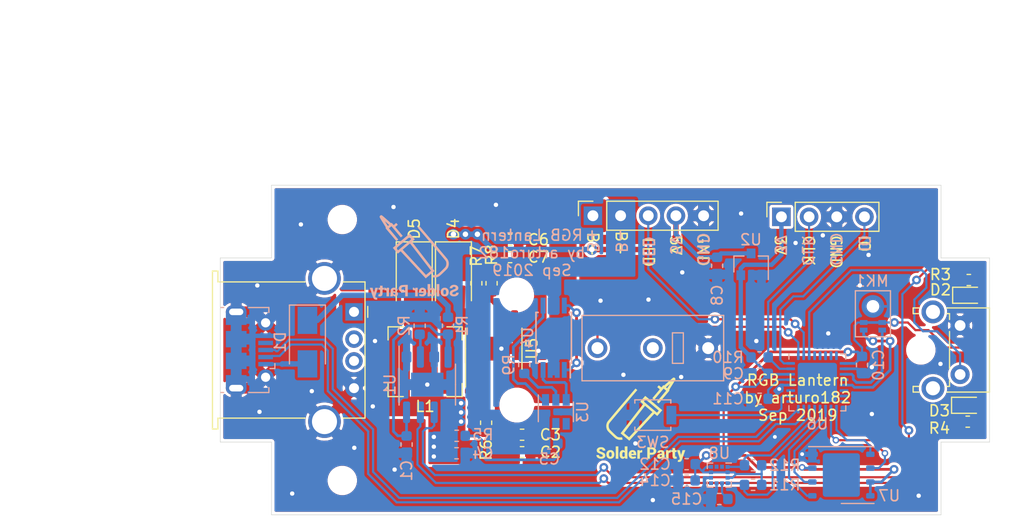
<source format=kicad_pcb>
(kicad_pcb (version 20171130) (host pcbnew "(5.1.2)-2")
  (layers (0 F.Cu signal) (31 B.Cu signal) (34 B.Paste user) (35 F.Paste user) (36 B.SilkS user) (37 F.SilkS user) (38 B.Mask user) (39 F.Mask user) (44 Edge.Cuts user))
  (net 0 "")
  (net 1 "Net-(J1-Pad4)")
  (net 2 "Net-(J2-Pad3)")
  (net 3 "Net-(J2-Pad2)")
  (net 4 "Net-(SW2-Pad3)")
  (net 5 "Net-(C1-Pad2)")
  (net 6 GND)
  (net 7 +BATT)
  (net 8 "Net-(C5-Pad2)")
  (net 9 -BATT)
  (net 10 +5V)
  (net 11 +3V3)
  (net 12 "Net-(C11-Pad1)")
  (net 13 "Net-(C15-Pad1)")
  (net 14 VBUS)
  (net 15 "Net-(D1-Pad1)")
  (net 16 "Net-(D2-Pad1)")
  (net 17 "Net-(D3-Pad1)")
  (net 18 "Net-(D4-Pad2)")
  (net 19 /USB_D+)
  (net 20 /USB_D-)
  (net 21 LED_D)
  (net 22 SWDIO)
  (net 23 SWCLK)
  (net 24 "Net-(R2-Pad2)")
  (net 25 "Net-(R3-Pad2)")
  (net 26 "Net-(R4-Pad2)")
  (net 27 "Net-(R6-Pad2)")
  (net 28 "Net-(R7-Pad1)")
  (net 29 "Net-(R9-Pad2)")
  (net 30 /SW_USER)
  (net 31 /SW_SLIDER)
  (net 32 "Net-(SW3-Pad2)")
  (net 33 "Net-(U3-Pad4)")
  (net 34 "Net-(U3-Pad3)")
  (net 35 "Net-(U3-Pad1)")
  (net 36 "Net-(U4-Pad1)")
  (net 37 "Net-(U6-Pad27)")
  (net 38 "Net-(U6-Pad25)")
  (net 39 /ACCEL_SCL)
  (net 40 /ACCEL_SDA)
  (net 41 /FLASH_MISO)
  (net 42 /FLASH_SCK)
  (net 43 /FLASH_MOSI)
  (net 44 /FLASH_CS)
  (net 45 "Net-(U6-Pad15)")
  (net 46 "Net-(U6-Pad14)")
  (net 47 /I2S_SCK)
  (net 48 "Net-(U6-Pad12)")
  (net 49 /I2S_DO)
  (net 50 "Net-(U6-Pad8)")
  (net 51 "Net-(U6-Pad7)")
  (net 52 "Net-(U6-Pad6)")
  (net 53 "Net-(U6-Pad5)")
  (net 54 "Net-(U6-Pad4)")
  (net 55 "Net-(U8-Pad12)")
  (net 56 "Net-(U8-Pad11)")
  (net 57 "Net-(U8-Pad7)")
  (net 58 "Net-(U6-Pad16)")
  (module Symbols_Extra:SolderParty-Logo_9.5x8.8mm_SilkScreen (layer B.Cu) (at 103.2 66.4 180)
    (fp_text reference G*** hide)
    (fp_text value LOGO hide)
  )
  (module Symbols_Extra:SolderParty-Logo_9.5x8.8mm_SilkScreen (layer F.Cu) (at 124 81.3)
    (fp_text reference G*** hide)
    (fp_text value LOGO hide)
  )
  (module MountingHole:MountingHole_2.7mm_M2.5 (layer F.Cu) (at 112.61 79.98)
    (fp_text reference REF** hide)
    (fp_text value MountingHole_2.7mm_M2.5)
    (pad 1 np_thru_hole circle (at 0 0) (size 2.7 2.7) (drill 2.7) (layers *.Cu *.Mask))
  )
  (module MountingHole:MountingHole_2.7mm_M2.5 (layer F.Cu) (at 112.6 69.87)
    (fp_text reference REF** hide)
    (fp_text value MountingHole_2.7mm_M2.5)
    (pad 1 np_thru_hole circle (at 0 0) (size 2.7 2.7) (drill 2.7) (layers *.Cu *.Mask))
  )
  (module MountingHole:MountingHole_2.2mm_M2 (layer F.Cu) (at 96.6 62.95)
    (fp_text reference REF** hide)
    (fp_text value MountingHole_2.2mm_M2)
    (pad 1 np_thru_hole circle (at 0 0) (size 2.2 2.2) (drill 2.2) (layers *.Cu *.Mask))
  )
  (module MountingHole:MountingHole_2.2mm_M2 (layer F.Cu) (at 96.6 86.9)
    (fp_text reference REF** hide)
    (fp_text value MountingHole_2.2mm_M2)
    (pad 1 np_thru_hole circle (at 0 0) (size 2.2 2.2) (drill 2.2) (layers *.Cu *.Mask))
  )
  (module MountingHole:MountingHole_2.2mm_M2 (layer F.Cu) (at 149.7 74.925)
    (fp_text reference REF** hide)
    (fp_text value MountingHole_2.2mm_M2)
    (pad 1 np_thru_hole circle (at 0 0) (size 2.2 2.2) (drill 2.2) (layers *.Cu *.Mask))
  )
  (module Sensor_Audio:Infineon_PG-LLGA-5-1 (layer B.Cu) (at 145.3 71.6 90)
    (fp_text reference MK1 (at 3 -0.1 180) (layer B.SilkS) (effects (justify mirror)))
    (fp_text value IM69D120)
    (pad 5 smd custom (at 0.68 0.81 90) (size 0.4 0.4) (layers B.Cu B.Mask) (net 6 GND) (options (clearance outline) (anchor circle)) (primitives (gr_circle (center 0 -0.81) (end 0.81 -0.81) (width 0.46))))
    (pad "" np_thru_hole circle (at 0.68 0 90) (size 0.8 0.8) (drill 0.8) (layers *.Cu *.Mask))
    (pad 4 smd rect (at -0.8 -0.85 90) (size 0.45 0.7) (layers B.Cu B.Mask) (net 11 +3V3))
    (pad 3 smd rect (at -1.5 -0.85 90) (size 0.45 0.7) (layers B.Cu B.Mask) (net 47 /I2S_SCK))
    (pad 2 smd rect (at -0.8 0.85 90) (size 0.45 0.7) (layers B.Cu B.Mask) (net 11 +3V3))
    (pad 1 smd rect (at -1.5 0.85 90) (size 0.45 0.7) (layers B.Cu B.Mask) (net 49 /I2S_DO))
  )
  (module Resistor_SMD:R_0603_1608Metric (layer B.Cu) (at 134.3 85.5)
    (fp_text reference R12 (at 2.9 0) (layer B.SilkS) (effects (justify mirror)))
    (fp_text value 4.7K)
    (pad 2 smd roundrect (at 0.7875 0) (size 0.875 0.95) (layers B.Cu B.Paste B.Mask) (net 11 +3V3))
    (pad 1 smd roundrect (at -0.7875 0) (size 0.875 0.95) (layers B.Cu B.Paste B.Mask) (net 39 /ACCEL_SCL))
  )
  (module Resistor_SMD:R_0603_1608Metric (layer B.Cu) (at 134.3 87.3)
    (fp_text reference R11 (at 2.9 0) (layer B.SilkS) (effects (justify mirror)))
    (fp_text value 4.7K)
    (pad 2 smd roundrect (at 0.7875 0) (size 0.875 0.95) (layers B.Cu B.Paste B.Mask) (net 11 +3V3))
    (pad 1 smd roundrect (at -0.7875 0) (size 0.875 0.95) (layers B.Cu B.Paste B.Mask) (net 40 /ACCEL_SDA))
  )
  (module Button_Switch_THT_Extra:DM1-XXXP-1 (layer B.Cu) (at 125.1 74.75 180)
    (fp_text reference SW2 hide)
    (fp_text value SW_SLIDER)
    (pad 2 thru_hole circle (at -5.08 0 180) (size 1.8 1.8) (drill 1.1) (layers *.Cu *.Mask) (net 6 GND))
    (pad 1 thru_hole circle (at 5.08 0 180) (size 1.8 1.8) (drill 1.1) (layers *.Cu *.Mask) (net 31 /SW_SLIDER))
    (pad 3 thru_hole circle (at 0 0 180) (size 1.8 1.8) (drill 1.1) (layers *.Cu *.Mask) (net 4 "Net-(SW2-Pad3)"))
  )
  (module Package_LGA:LGA-12_2x2mm_P0.5mm (layer B.Cu) (at 131.2 86.4 180)
    (fp_text reference U8 (at 0 2) (layer B.SilkS) (effects (justify mirror)))
    (fp_text value LSM303C)
    (pad 12 smd rect (at -0.25 0.7625 90) (size 0.375 0.35) (layers B.Cu B.Paste B.Mask) (net 55 "Net-(U8-Pad12)"))
    (pad 11 smd rect (at 0.25 0.7625 90) (size 0.375 0.35) (layers B.Cu B.Paste B.Mask) (net 56 "Net-(U8-Pad11)"))
    (pad 6 smd rect (at 0.25 -0.7625 90) (size 0.375 0.35) (layers B.Cu B.Paste B.Mask) (net 6 GND))
    (pad 5 smd rect (at -0.25 -0.7625 90) (size 0.375 0.35) (layers B.Cu B.Paste B.Mask) (net 13 "Net-(C15-Pad1)"))
    (pad 10 smd rect (at 0.7625 0.75 180) (size 0.375 0.35) (layers B.Cu B.Paste B.Mask) (net 11 +3V3))
    (pad 1 smd rect (at -0.7625 0.75 180) (size 0.375 0.35) (layers B.Cu B.Paste B.Mask) (net 39 /ACCEL_SCL))
    (pad 7 smd rect (at 0.7625 -0.75 180) (size 0.375 0.35) (layers B.Cu B.Paste B.Mask) (net 57 "Net-(U8-Pad7)"))
    (pad 4 smd rect (at -0.7625 -0.75 180) (size 0.375 0.35) (layers B.Cu B.Paste B.Mask) (net 40 /ACCEL_SDA))
    (pad 8 smd rect (at 0.7625 -0.25 180) (size 0.375 0.35) (layers B.Cu B.Paste B.Mask) (net 6 GND))
    (pad 9 smd rect (at 0.7625 0.25 180) (size 0.375 0.35) (layers B.Cu B.Paste B.Mask) (net 11 +3V3))
    (pad 3 smd rect (at -0.7625 -0.25 180) (size 0.375 0.35) (layers B.Cu B.Paste B.Mask) (net 11 +3V3))
    (pad 2 smd rect (at -0.7625 0.25 180) (size 0.375 0.35) (layers B.Cu B.Paste B.Mask) (net 11 +3V3))
  )
  (module Package_SON:WSON-8-1EP_6x5mm_P1.27mm_EP3.4x4mm (layer B.Cu) (at 142.4 86.4)
    (fp_text reference U7 (at 4.4 1.9) (layer B.SilkS) (effects (justify mirror)))
    (fp_text value IS25LP128F)
    (pad 8 smd roundrect (at 2.6625 1.905) (size 0.775 0.5) (layers B.Cu B.Paste B.Mask) (net 11 +3V3))
    (pad 7 smd roundrect (at 2.6625 0.635) (size 0.775 0.5) (layers B.Cu B.Paste B.Mask) (net 11 +3V3))
    (pad 6 smd roundrect (at 2.6625 -0.635) (size 0.775 0.5) (layers B.Cu B.Paste B.Mask) (net 42 /FLASH_SCK))
    (pad 5 smd roundrect (at 2.6625 -1.905) (size 0.775 0.5) (layers B.Cu B.Paste B.Mask) (net 43 /FLASH_MOSI))
    (pad 4 smd roundrect (at -2.6625 -1.905) (size 0.775 0.5) (layers B.Cu B.Paste B.Mask) (net 6 GND))
    (pad 3 smd roundrect (at -2.6625 -0.635) (size 0.775 0.5) (layers B.Cu B.Paste B.Mask) (net 11 +3V3))
    (pad 2 smd roundrect (at -2.6625 0.635) (size 0.775 0.5) (layers B.Cu B.Paste B.Mask) (net 41 /FLASH_MISO))
    (pad 1 smd roundrect (at -2.6625 1.905) (size 0.775 0.5) (layers B.Cu B.Paste B.Mask) (net 44 /FLASH_CS))
    (pad 9 smd roundrect (at 0 0) (size 3.4 4) (layers B.Cu B.Mask) (roundrect_rratio 0.073529))
  )
  (module Package_DFN_QFN:QFN-32-1EP_5x5mm_P0.5mm_EP3.6x3.6mm (layer B.Cu) (at 140.2 77.9 270)
    (fp_text reference U6 (at 3.8 0 180) (layer B.SilkS) (effects (justify mirror)))
    (fp_text value ATSAMD21E18A)
    (pad 32 smd roundrect (at -1.75 2.45 270) (size 0.25 0.8) (layers B.Cu B.Paste B.Mask) (net 22 SWDIO))
    (pad 31 smd roundrect (at -1.25 2.45 270) (size 0.25 0.8) (layers B.Cu B.Paste B.Mask) (net 23 SWCLK))
    (pad 30 smd roundrect (at -0.75 2.45 270) (size 0.25 0.8) (layers B.Cu B.Paste B.Mask) (net 11 +3V3))
    (pad 29 smd roundrect (at -0.25 2.45 270) (size 0.25 0.8) (layers B.Cu B.Paste B.Mask) (net 12 "Net-(C11-Pad1)"))
    (pad 28 smd roundrect (at 0.25 2.45 270) (size 0.25 0.8) (layers B.Cu B.Paste B.Mask) (net 6 GND))
    (pad 27 smd roundrect (at 0.75 2.45 270) (size 0.25 0.8) (layers B.Cu B.Paste B.Mask) (net 37 "Net-(U6-Pad27)"))
    (pad 26 smd roundrect (at 1.25 2.45 270) (size 0.25 0.8) (layers B.Cu B.Paste B.Mask) (net 32 "Net-(SW3-Pad2)"))
    (pad 25 smd roundrect (at 1.75 2.45 270) (size 0.25 0.8) (layers B.Cu B.Paste B.Mask) (net 38 "Net-(U6-Pad25)"))
    (pad 24 smd roundrect (at 2.45 1.75 270) (size 0.8 0.25) (layers B.Cu B.Paste B.Mask) (net 19 /USB_D+))
    (pad 23 smd roundrect (at 2.45 1.25 270) (size 0.8 0.25) (layers B.Cu B.Paste B.Mask) (net 20 /USB_D-))
    (pad 22 smd roundrect (at 2.45 0.75 270) (size 0.8 0.25) (layers B.Cu B.Paste B.Mask) (net 39 /ACCEL_SCL))
    (pad 21 smd roundrect (at 2.45 0.25 270) (size 0.8 0.25) (layers B.Cu B.Paste B.Mask) (net 40 /ACCEL_SDA))
    (pad 20 smd roundrect (at 2.45 -0.25 270) (size 0.8 0.25) (layers B.Cu B.Paste B.Mask) (net 44 /FLASH_CS))
    (pad 19 smd roundrect (at 2.45 -0.75 270) (size 0.8 0.25) (layers B.Cu B.Paste B.Mask) (net 41 /FLASH_MISO))
    (pad 18 smd roundrect (at 2.45 -1.25 270) (size 0.8 0.25) (layers B.Cu B.Paste B.Mask) (net 42 /FLASH_SCK))
    (pad 17 smd roundrect (at 2.45 -1.75 270) (size 0.8 0.25) (layers B.Cu B.Paste B.Mask) (net 43 /FLASH_MOSI))
    (pad 16 smd roundrect (at 1.75 -2.45 270) (size 0.25 0.8) (layers B.Cu B.Paste B.Mask) (net 58 "Net-(U6-Pad16)"))
    (pad 15 smd roundrect (at 1.25 -2.45 270) (size 0.25 0.8) (layers B.Cu B.Paste B.Mask) (net 45 "Net-(U6-Pad15)"))
    (pad 14 smd roundrect (at 0.75 -2.45 270) (size 0.25 0.8) (layers B.Cu B.Paste B.Mask) (net 46 "Net-(U6-Pad14)"))
    (pad 13 smd roundrect (at 0.25 -2.45 270) (size 0.25 0.8) (layers B.Cu B.Paste B.Mask) (net 47 /I2S_SCK))
    (pad 12 smd roundrect (at -0.25 -2.45 270) (size 0.25 0.8) (layers B.Cu B.Paste B.Mask) (net 48 "Net-(U6-Pad12)"))
    (pad 11 smd roundrect (at -0.75 -2.45 270) (size 0.25 0.8) (layers B.Cu B.Paste B.Mask) (net 49 /I2S_DO))
    (pad 10 smd roundrect (at -1.25 -2.45 270) (size 0.25 0.8) (layers B.Cu B.Paste B.Mask) (net 6 GND))
    (pad 9 smd roundrect (at -1.75 -2.45 270) (size 0.25 0.8) (layers B.Cu B.Paste B.Mask) (net 11 +3V3))
    (pad 8 smd roundrect (at -2.45 -1.75 270) (size 0.8 0.25) (layers B.Cu B.Paste B.Mask) (net 50 "Net-(U6-Pad8)"))
    (pad 7 smd roundrect (at -2.45 -1.25 270) (size 0.8 0.25) (layers B.Cu B.Paste B.Mask) (net 51 "Net-(U6-Pad7)"))
    (pad 6 smd roundrect (at -2.45 -0.75 270) (size 0.8 0.25) (layers B.Cu B.Paste B.Mask) (net 52 "Net-(U6-Pad6)"))
    (pad 5 smd roundrect (at -2.45 -0.25 270) (size 0.8 0.25) (layers B.Cu B.Paste B.Mask) (net 53 "Net-(U6-Pad5)"))
    (pad 4 smd roundrect (at -2.45 0.25 270) (size 0.8 0.25) (layers B.Cu B.Paste B.Mask) (net 54 "Net-(U6-Pad4)"))
    (pad 3 smd roundrect (at -2.45 0.75 270) (size 0.8 0.25) (layers B.Cu B.Paste B.Mask) (net 30 /SW_USER))
    (pad 2 smd roundrect (at -2.45 1.25 270) (size 0.8 0.25) (layers B.Cu B.Paste B.Mask) (net 21 LED_D))
    (pad 1 smd roundrect (at -2.45 1.75 270) (size 0.8 0.25) (layers B.Cu B.Paste B.Mask) (net 31 /SW_SLIDER))
    (pad 33 smd roundrect (at 0 0 270) (size 3.6 3.6) (layers B.Cu B.Mask) (roundrect_rratio 0.06944400000000001))
  )
  (module Package_SO_Extra:SOP-8-1EP_3.76x4.96mm_P1.27mm_EP2.97x2.18mm (layer F.Cu) (at 110.5 74.8 90)
    (fp_text reference U5 (at 0 3.5 90) (layer F.SilkS))
    (fp_text value FP6298)
    (pad 9 smd rect (at 0 0 180) (size 2.971 2.184) (layers F.Cu F.Paste F.Mask) (net 6 GND))
    (pad 8 smd roundrect (at 2.5375 -1.905 90) (size 1.975 0.65) (layers F.Cu F.Paste F.Mask) (net 18 "Net-(D4-Pad2)"))
    (pad 7 smd roundrect (at 2.5375 -0.635 90) (size 1.975 0.65) (layers F.Cu F.Paste F.Mask))
    (pad 6 smd roundrect (at 2.5375 0.635 90) (size 1.975 0.65) (layers F.Cu F.Paste F.Mask) (net 28 "Net-(R7-Pad1)"))
    (pad 5 smd roundrect (at 2.5375 1.905 90) (size 1.975 0.65) (layers F.Cu F.Paste F.Mask) (net 6 GND))
    (pad 4 smd roundrect (at -2.5375 1.905 90) (size 1.975 0.65) (layers F.Cu F.Paste F.Mask) (net 7 +BATT))
    (pad 3 smd roundrect (at -2.5375 0.635 90) (size 1.975 0.65) (layers F.Cu F.Paste F.Mask) (net 7 +BATT))
    (pad 2 smd roundrect (at -2.5375 -0.635 90) (size 1.975 0.65) (layers F.Cu F.Paste F.Mask) (net 27 "Net-(R6-Pad2)"))
    (pad 1 smd roundrect (at -2.5375 -1.905 90) (size 1.975 0.65) (layers F.Cu F.Paste F.Mask) (net 6 GND))
  )
  (module Package_SO:TSSOP-8_4.4x3mm_P0.65mm (layer B.Cu) (at 116 73.8 90)
    (fp_text reference U4 (at 0 -2.4 90) (layer B.SilkS) (effects (justify mirror)))
    (fp_text value FS8205A)
    (pad 8 smd rect (at 2.95 0.975 90) (size 1.45 0.45) (layers B.Cu B.Paste B.Mask) (net 36 "Net-(U4-Pad1)"))
    (pad 7 smd rect (at 2.95 0.325 90) (size 1.45 0.45) (layers B.Cu B.Paste B.Mask) (net 9 -BATT))
    (pad 6 smd rect (at 2.95 -0.325 90) (size 1.45 0.45) (layers B.Cu B.Paste B.Mask) (net 9 -BATT))
    (pad 5 smd rect (at 2.95 -0.975 90) (size 1.45 0.45) (layers B.Cu B.Paste B.Mask) (net 35 "Net-(U3-Pad1)"))
    (pad 4 smd rect (at -2.95 -0.975 90) (size 1.45 0.45) (layers B.Cu B.Paste B.Mask) (net 34 "Net-(U3-Pad3)"))
    (pad 3 smd rect (at -2.95 -0.325 90) (size 1.45 0.45) (layers B.Cu B.Paste B.Mask) (net 6 GND))
    (pad 2 smd rect (at -2.95 0.325 90) (size 1.45 0.45) (layers B.Cu B.Paste B.Mask) (net 6 GND))
    (pad 1 smd rect (at -2.95 0.975 90) (size 1.45 0.45) (layers B.Cu B.Paste B.Mask) (net 36 "Net-(U4-Pad1)"))
  )
  (module Package_TO_SOT_SMD:SOT-23-6 (layer B.Cu) (at 116.2 80.6 270)
    (fp_text reference U3 (at 0 -2.45 90) (layer B.SilkS) (effects (justify mirror)))
    (fp_text value DW01A)
    (pad 5 smd rect (at 1.1 0 270) (size 1.06 0.65) (layers B.Cu B.Paste B.Mask) (net 8 "Net-(C5-Pad2)"))
    (pad 6 smd rect (at 1.1 0.95 270) (size 1.06 0.65) (layers B.Cu B.Paste B.Mask) (net 9 -BATT))
    (pad 4 smd rect (at 1.1 -0.95 270) (size 1.06 0.65) (layers B.Cu B.Paste B.Mask) (net 33 "Net-(U3-Pad4)"))
    (pad 3 smd rect (at -1.1 -0.95 270) (size 1.06 0.65) (layers B.Cu B.Paste B.Mask) (net 34 "Net-(U3-Pad3)"))
    (pad 2 smd rect (at -1.1 0 270) (size 1.06 0.65) (layers B.Cu B.Paste B.Mask) (net 29 "Net-(R9-Pad2)"))
    (pad 1 smd rect (at -1.1 0.95 270) (size 1.06 0.65) (layers B.Cu B.Paste B.Mask) (net 35 "Net-(U3-Pad1)"))
  )
  (module Package_TO_SOT_SMD:SOT-23 (layer B.Cu) (at 134.12 67.06 90)
    (fp_text reference U2 (at 2.26 -0.02) (layer B.SilkS) (effects (justify mirror)))
    (fp_text value MCP1700-3302E_SOT23)
    (pad 3 smd rect (at 1 0 90) (size 0.9 0.8) (layers B.Cu B.Paste B.Mask) (net 10 +5V))
    (pad 2 smd rect (at -1 -0.95 90) (size 0.9 0.8) (layers B.Cu B.Paste B.Mask) (net 11 +3V3))
    (pad 1 smd rect (at -1 0.95 90) (size 0.9 0.8) (layers B.Cu B.Paste B.Mask) (net 6 GND))
  )
  (module Package_SO_Extra:SOP-8-1EP_3.76x4.96mm_P1.27mm_EP2.97x2.18mm (layer B.Cu) (at 104.4 78.1 270)
    (fp_text reference U1 (at 0 3.43 90) (layer B.SilkS) (effects (justify mirror)))
    (fp_text value TP4056)
    (pad 9 smd rect (at 0 0 180) (size 2.971 2.184) (layers B.Cu B.Paste B.Mask) (net 6 GND))
    (pad 8 smd roundrect (at 2.5375 1.905 270) (size 1.975 0.65) (layers B.Cu B.Paste B.Mask) (net 5 "Net-(C1-Pad2)"))
    (pad 7 smd roundrect (at 2.5375 0.635 270) (size 1.975 0.65) (layers B.Cu B.Paste B.Mask) (net 26 "Net-(R4-Pad2)"))
    (pad 6 smd roundrect (at 2.5375 -0.635 270) (size 1.975 0.65) (layers B.Cu B.Paste B.Mask) (net 25 "Net-(R3-Pad2)"))
    (pad 5 smd roundrect (at 2.5375 -1.905 270) (size 1.975 0.65) (layers B.Cu B.Paste B.Mask) (net 7 +BATT))
    (pad 4 smd roundrect (at -2.5375 -1.905 270) (size 1.975 0.65) (layers B.Cu B.Paste B.Mask) (net 5 "Net-(C1-Pad2)"))
    (pad 3 smd roundrect (at -2.5375 -0.635 270) (size 1.975 0.65) (layers B.Cu B.Paste B.Mask) (net 6 GND))
    (pad 2 smd roundrect (at -2.5375 0.635 270) (size 1.975 0.65) (layers B.Cu B.Paste B.Mask) (net 24 "Net-(R2-Pad2)"))
    (pad 1 smd roundrect (at -2.5375 1.905 270) (size 1.975 0.65) (layers B.Cu B.Paste B.Mask) (net 6 GND))
  )
  (module Button_Switch_SMD:SW_SPST_B3U-1000P (layer B.Cu) (at 125.1 80.9)
    (fp_text reference SW3 (at 0 2.5) (layer B.SilkS) (effects (justify mirror)))
    (fp_text value SW_RESET)
    (pad 2 smd rect (at 1.7 0) (size 0.9 1.7) (layers B.Cu B.Paste B.Mask) (net 32 "Net-(SW3-Pad2)"))
    (pad 1 smd rect (at -1.7 0) (size 0.9 1.7) (layers B.Cu B.Paste B.Mask) (net 6 GND))
  )
  (module Resistor_SMD:R_0603_1608Metric (layer B.Cu) (at 134.9 75.6 180)
    (fp_text reference R10 (at 2.9 0 180) (layer B.SilkS) (effects (justify mirror)))
    (fp_text value 1K)
    (pad 2 smd roundrect (at 0.7875 0 180) (size 0.875 0.95) (layers B.Cu B.Paste B.Mask) (net 11 +3V3))
    (pad 1 smd roundrect (at -0.7875 0 180) (size 0.875 0.95) (layers B.Cu B.Paste B.Mask) (net 23 SWCLK))
  )
  (module Resistor_SMD:R_0603_1608Metric (layer B.Cu) (at 113.3 76.2875 270)
    (fp_text reference R9 (at 0 1.43 90) (layer B.SilkS) (effects (justify mirror)))
    (fp_text value 1K)
    (pad 2 smd roundrect (at 0.7875 0 270) (size 0.875 0.95) (layers B.Cu B.Paste B.Mask) (net 29 "Net-(R9-Pad2)"))
    (pad 1 smd roundrect (at -0.7875 0 270) (size 0.875 0.95) (layers B.Cu B.Paste B.Mask) (net 6 GND))
  )
  (module Resistor_SMD:R_0603_1608Metric (layer F.Cu) (at 110.3 68.8 270)
    (fp_text reference R8 (at -2.6 0 90) (layer F.SilkS))
    (fp_text value 10K)
    (pad 2 smd roundrect (at 0.7875 0 270) (size 0.875 0.95) (layers F.Cu F.Paste F.Mask) (net 28 "Net-(R7-Pad1)"))
    (pad 1 smd roundrect (at -0.7875 0 270) (size 0.875 0.95) (layers F.Cu F.Paste F.Mask) (net 6 GND))
  )
  (module Resistor_SMD:R_0603_1608Metric (layer F.Cu) (at 108.9 68.8 90)
    (fp_text reference R7 (at 2.5 0 90) (layer F.SilkS))
    (fp_text value 73.2K)
    (pad 2 smd roundrect (at 0.7875 0 90) (size 0.875 0.95) (layers F.Cu F.Paste F.Mask) (net 10 +5V))
    (pad 1 smd roundrect (at -0.7875 0 90) (size 0.875 0.95) (layers F.Cu F.Paste F.Mask) (net 28 "Net-(R7-Pad1)"))
  )
  (module Resistor_SMD:R_0603_1608Metric (layer F.Cu) (at 109.8 81.6 90)
    (fp_text reference R6 (at -2.5 0 90) (layer F.SilkS))
    (fp_text value 100K)
    (pad 2 smd roundrect (at 0.7875 0 90) (size 0.875 0.95) (layers F.Cu F.Paste F.Mask) (net 27 "Net-(R6-Pad2)"))
    (pad 1 smd roundrect (at -0.7875 0 90) (size 0.875 0.95) (layers F.Cu F.Paste F.Mask) (net 6 GND))
  )
  (module Resistor_SMD:R_0603_1608Metric (layer B.Cu) (at 107.1 82.8 180)
    (fp_text reference R5 (at -2.4 0.1 180) (layer B.SilkS) (effects (justify mirror)))
    (fp_text value 100R)
    (pad 2 smd roundrect (at 0.7875 0 180) (size 0.875 0.95) (layers B.Cu B.Paste B.Mask) (net 7 +BATT))
    (pad 1 smd roundrect (at -0.7875 0 180) (size 0.875 0.95) (layers B.Cu B.Paste B.Mask) (net 8 "Net-(C5-Pad2)"))
  )
  (module Resistor_SMD:R_0603_1608Metric (layer F.Cu) (at 154 81.5)
    (fp_text reference R4 (at -2.6 0.6) (layer F.SilkS))
    (fp_text value 1K)
    (pad 2 smd roundrect (at 0.7875 0) (size 0.875 0.95) (layers F.Cu F.Paste F.Mask) (net 26 "Net-(R4-Pad2)"))
    (pad 1 smd roundrect (at -0.7875 0) (size 0.875 0.95) (layers F.Cu F.Paste F.Mask) (net 17 "Net-(D3-Pad1)"))
  )
  (module Resistor_SMD:R_0603_1608Metric (layer F.Cu) (at 154.1 68.5)
    (fp_text reference R3 (at -2.6 -0.5) (layer F.SilkS))
    (fp_text value 1K)
    (pad 2 smd roundrect (at 0.7875 0) (size 0.875 0.95) (layers F.Cu F.Paste F.Mask) (net 25 "Net-(R3-Pad2)"))
    (pad 1 smd roundrect (at -0.7875 0) (size 0.875 0.95) (layers F.Cu F.Paste F.Mask) (net 16 "Net-(D2-Pad1)"))
  )
  (module Resistor_SMD:R_0603_1608Metric (layer B.Cu) (at 103.7 72.7 270)
    (fp_text reference R2 (at 0 1.43 90) (layer B.SilkS) (effects (justify mirror)))
    (fp_text value 2K)
    (pad 2 smd roundrect (at 0.7875 0 270) (size 0.875 0.95) (layers B.Cu B.Paste B.Mask) (net 24 "Net-(R2-Pad2)"))
    (pad 1 smd roundrect (at -0.7875 0 270) (size 0.875 0.95) (layers B.Cu B.Paste B.Mask) (net 6 GND))
  )
  (module Resistor_SMD:R_0603_1608Metric (layer B.Cu) (at 106.3 72.7 90)
    (fp_text reference R1 (at 0 1.3 90) (layer B.SilkS) (effects (justify mirror)))
    (fp_text value 0.4R)
    (pad 2 smd roundrect (at 0.7875 0 90) (size 0.875 0.95) (layers B.Cu B.Paste B.Mask) (net 15 "Net-(D1-Pad1)"))
    (pad 1 smd roundrect (at -0.7875 0 90) (size 0.875 0.95) (layers B.Cu B.Paste B.Mask) (net 5 "Net-(C1-Pad2)"))
  )
  (module Inductor_SMD:L_Bourns-SRN6028 (layer F.Cu) (at 104.2 76)
    (fp_text reference L1 (at 0 4.1) (layer F.SilkS))
    (fp_text value 3.3uH)
    (pad 2 smd rect (at 2.35 0) (size 1.6 5.7) (layers F.Cu F.Paste F.Mask) (net 18 "Net-(D4-Pad2)"))
    (pad 1 smd rect (at -2.35 0) (size 1.6 5.7) (layers F.Cu F.Paste F.Mask) (net 7 +BATT))
  )
  (module Connector_PinSocket_2.54mm:PinSocket_1x04_P2.54mm_Vertical (layer F.Cu) (at 136.9 62.7 90)
    (fp_text reference J4 hide)
    (fp_text value CONN_SWD)
    (pad 4 thru_hole oval (at 0 7.62 90) (size 1.7 1.7) (drill 1) (layers *.Cu *.Mask) (net 22 SWDIO))
    (pad 3 thru_hole oval (at 0 5.08 90) (size 1.7 1.7) (drill 1) (layers *.Cu *.Mask) (net 6 GND))
    (pad 2 thru_hole oval (at 0 2.54 90) (size 1.7 1.7) (drill 1) (layers *.Cu *.Mask) (net 23 SWCLK))
    (pad 1 thru_hole rect (at 0 0 90) (size 1.7 1.7) (drill 1) (layers *.Cu *.Mask) (net 11 +3V3))
  )
  (module Connector_PinSocket_2.54mm:PinSocket_1x05_P2.54mm_Vertical (layer F.Cu) (at 119.6 62.6 90)
    (fp_text reference J3 hide)
    (fp_text value CONN_MISC)
    (pad 1 thru_hole rect (at 0 0 90) (size 1.7 1.7) (drill 1) (layers *.Cu *.Mask) (net 7 +BATT))
    (pad 2 thru_hole oval (at 0 2.54 90) (size 1.7 1.7) (drill 1) (layers *.Cu *.Mask) (net 9 -BATT))
    (pad 3 thru_hole oval (at 0 5.08 90) (size 1.7 1.7) (drill 1) (layers *.Cu *.Mask) (net 21 LED_D))
    (pad 4 thru_hole oval (at 0 7.62 90) (size 1.7 1.7) (drill 1) (layers *.Cu *.Mask) (net 10 +5V))
    (pad 5 thru_hole oval (at 0 10.16 90) (size 1.7 1.7) (drill 1) (layers *.Cu *.Mask) (net 6 GND))
  )
  (module Diode_SMD:D_SMA (layer F.Cu) (at 103.2 68.4 270)
    (fp_text reference D5 (at -4.6 0 90) (layer F.SilkS))
    (fp_text value SS24)
    (pad 2 smd rect (at 2 0 270) (size 2.5 1.8) (layers F.Cu F.Paste F.Mask) (net 18 "Net-(D4-Pad2)"))
    (pad 1 smd rect (at -2 0 270) (size 2.5 1.8) (layers F.Cu F.Paste F.Mask) (net 10 +5V))
  )
  (module Diode_SMD:D_SMA (layer F.Cu) (at 106.8 68.4 270)
    (fp_text reference D4 (at -4.6 0 90) (layer F.SilkS))
    (fp_text value SS24)
    (pad 2 smd rect (at 2 0 270) (size 2.5 1.8) (layers F.Cu F.Paste F.Mask) (net 18 "Net-(D4-Pad2)"))
    (pad 1 smd rect (at -2 0 270) (size 2.5 1.8) (layers F.Cu F.Paste F.Mask) (net 10 +5V))
  )
  (module LED_SMD:LED_0603_1608Metric (layer F.Cu) (at 154 80)
    (fp_text reference D3 (at -2.6 0.5) (layer F.SilkS))
    (fp_text value D_CHRG)
    (pad 2 smd roundrect (at 0.7875 0) (size 0.875 0.95) (layers F.Cu F.Paste F.Mask) (net 11 +3V3))
    (pad 1 smd roundrect (at -0.7875 0) (size 0.875 0.95) (layers F.Cu F.Paste F.Mask) (net 17 "Net-(D3-Pad1)"))
  )
  (module LED_SMD:LED_0603_1608Metric (layer F.Cu) (at 154.1 69.9)
    (fp_text reference D2 (at -2.6 -0.5) (layer F.SilkS))
    (fp_text value D_STDBY)
    (pad 2 smd roundrect (at 0.7875 0) (size 0.875 0.95) (layers F.Cu F.Paste F.Mask) (net 11 +3V3))
    (pad 1 smd roundrect (at -0.7875 0) (size 0.875 0.95) (layers F.Cu F.Paste F.Mask) (net 16 "Net-(D2-Pad1)"))
  )
  (module Diode_SMD:D_SMA (layer B.Cu) (at 93.4 74.2 270)
    (fp_text reference D1 (at 0 2.5 270) (layer B.SilkS) (effects (justify mirror)))
    (fp_text value SS14)
    (pad 2 smd rect (at 2 0 270) (size 2.5 1.8) (layers B.Cu B.Paste B.Mask) (net 14 VBUS))
    (pad 1 smd rect (at -2 0 270) (size 2.5 1.8) (layers B.Cu B.Paste B.Mask) (net 15 "Net-(D1-Pad1)"))
  )
  (module Capacitor_SMD:C_0603_1608Metric (layer B.Cu) (at 131.2 88.6 180)
    (fp_text reference C15 (at 3 0) (layer B.SilkS) (effects (justify mirror)))
    (fp_text value 0.1uF)
    (pad 2 smd roundrect (at 0.7875 0 180) (size 0.875 0.95) (layers B.Cu B.Paste B.Mask) (net 6 GND))
    (pad 1 smd roundrect (at -0.7875 0 180) (size 0.875 0.95) (layers B.Cu B.Paste B.Mask) (net 13 "Net-(C15-Pad1)"))
  )
  (module Capacitor_SMD:C_0603_1608Metric (layer B.Cu) (at 128.2 86.9 180)
    (fp_text reference C14 (at 2.9 0) (layer B.SilkS) (effects (justify mirror)))
    (fp_text value 10uF)
    (pad 2 smd roundrect (at 0.7875 0 180) (size 0.875 0.95) (layers B.Cu B.Paste B.Mask) (net 6 GND))
    (pad 1 smd roundrect (at -0.7875 0 180) (size 0.875 0.95) (layers B.Cu B.Paste B.Mask) (net 11 +3V3))
  )
  (module Capacitor_SMD:C_0603_1608Metric (layer B.Cu) (at 128.2 85.4 180)
    (fp_text reference C12 (at 2.9 0) (layer B.SilkS) (effects (justify mirror)))
    (fp_text value 0.1uF)
    (pad 2 smd roundrect (at 0.7875 0 180) (size 0.875 0.95) (layers B.Cu B.Paste B.Mask) (net 6 GND))
    (pad 1 smd roundrect (at -0.7875 0 180) (size 0.875 0.95) (layers B.Cu B.Paste B.Mask) (net 11 +3V3))
  )
  (module Capacitor_SMD:C_0603_1608Metric (layer B.Cu) (at 134.9 79.4 180)
    (fp_text reference C11 (at 2.9 0 180) (layer B.SilkS) (effects (justify mirror)))
    (fp_text value 1uF)
    (pad 2 smd roundrect (at 0.7875 0 180) (size 0.875 0.95) (layers B.Cu B.Paste B.Mask) (net 6 GND))
    (pad 1 smd roundrect (at -0.7875 0 180) (size 0.875 0.95) (layers B.Cu B.Paste B.Mask) (net 12 "Net-(C11-Pad1)"))
  )
  (module Capacitor_SMD:C_0603_1608Metric (layer B.Cu) (at 144.3 76.3 270)
    (fp_text reference C10 (at 0 -1.5 270) (layer B.SilkS) (effects (justify mirror)))
    (fp_text value 10uF)
    (pad 2 smd roundrect (at 0.7875 0 270) (size 0.875 0.95) (layers B.Cu B.Paste B.Mask) (net 6 GND))
    (pad 1 smd roundrect (at -0.7875 0 270) (size 0.875 0.95) (layers B.Cu B.Paste B.Mask) (net 11 +3V3))
  )
  (module Capacitor_SMD:C_0603_1608Metric (layer B.Cu) (at 134.9 77.1 180)
    (fp_text reference C9 (at 2.4 0 180) (layer B.SilkS) (effects (justify mirror)))
    (fp_text value 0.1uF)
    (pad 2 smd roundrect (at 0.7875 0 180) (size 0.875 0.95) (layers B.Cu B.Paste B.Mask) (net 6 GND))
    (pad 1 smd roundrect (at -0.7875 0 180) (size 0.875 0.95) (layers B.Cu B.Paste B.Mask) (net 11 +3V3))
  )
  (module Capacitor_SMD:C_0603_1608Metric (layer B.Cu) (at 131 67.2 90)
    (fp_text reference C8 (at -2.7 0 270) (layer B.SilkS) (effects (justify mirror)))
    (fp_text value 1uF)
    (pad 2 smd roundrect (at 0.7875 0 90) (size 0.875 0.95) (layers B.Cu B.Paste B.Mask) (net 10 +5V))
    (pad 1 smd roundrect (at -0.7875 0 90) (size 0.875 0.95) (layers B.Cu B.Paste B.Mask) (net 6 GND))
  )
  (module Capacitor_SMD:C_0603_1608Metric (layer F.Cu) (at 112 66.4)
    (fp_text reference C7 (at 2.6 0) (layer F.SilkS))
    (fp_text value 22uF)
    (pad 2 smd roundrect (at 0.7875 0) (size 0.875 0.95) (layers F.Cu F.Paste F.Mask) (net 6 GND))
    (pad 1 smd roundrect (at -0.7875 0) (size 0.875 0.95) (layers F.Cu F.Paste F.Mask) (net 10 +5V))
  )
  (module Capacitor_SMD:C_0603_1608Metric (layer F.Cu) (at 112 64.8)
    (fp_text reference C6 (at 2.6 0) (layer F.SilkS))
    (fp_text value 22uF)
    (pad 2 smd roundrect (at 0.7875 0) (size 0.875 0.95) (layers F.Cu F.Paste F.Mask) (net 6 GND))
    (pad 1 smd roundrect (at -0.7875 0) (size 0.875 0.95) (layers F.Cu F.Paste F.Mask) (net 10 +5V))
  )
  (module Capacitor_SMD:C_0603_1608Metric (layer B.Cu) (at 115.6 83.5)
    (fp_text reference C5 (at 0 1.43 180) (layer B.SilkS) (effects (justify mirror)))
    (fp_text value 0.1uF)
    (pad 2 smd roundrect (at 0.7875 0) (size 0.875 0.95) (layers B.Cu B.Paste B.Mask) (net 8 "Net-(C5-Pad2)"))
    (pad 1 smd roundrect (at -0.7875 0) (size 0.875 0.95) (layers B.Cu B.Paste B.Mask) (net 9 -BATT))
  )
  (module Capacitor_SMD:C_0603_1608Metric (layer B.Cu) (at 107.0875 84.4)
    (fp_text reference C4 (at 2.4125 0 180) (layer B.SilkS) (effects (justify mirror)))
    (fp_text value 0.1uF)
    (pad 2 smd roundrect (at 0.7875 0) (size 0.875 0.95) (layers B.Cu B.Paste B.Mask) (net 6 GND))
    (pad 1 smd roundrect (at -0.7875 0) (size 0.875 0.95) (layers B.Cu B.Paste B.Mask) (net 7 +BATT))
  )
  (module Capacitor_SMD:C_0603_1608Metric (layer F.Cu) (at 113.1 82.7 180)
    (fp_text reference C3 (at -2.6 0) (layer F.SilkS))
    (fp_text value 22uF)
    (pad 2 smd roundrect (at 0.7875 0 180) (size 0.875 0.95) (layers F.Cu F.Paste F.Mask) (net 7 +BATT))
    (pad 1 smd roundrect (at -0.7875 0 180) (size 0.875 0.95) (layers F.Cu F.Paste F.Mask) (net 6 GND))
  )
  (module Capacitor_SMD:C_0603_1608Metric (layer F.Cu) (at 113.1 84.3 180)
    (fp_text reference C2 (at -2.6 0) (layer F.SilkS))
    (fp_text value 22uF)
    (pad 2 smd roundrect (at 0.7875 0 180) (size 0.875 0.95) (layers F.Cu F.Paste F.Mask) (net 7 +BATT))
    (pad 1 smd roundrect (at -0.7875 0 180) (size 0.875 0.95) (layers F.Cu F.Paste F.Mask) (net 6 GND))
  )
  (module Capacitor_SMD:C_0603_1608Metric (layer B.Cu) (at 102.5 83.6 90)
    (fp_text reference C1 (at -2.4 0 90) (layer B.SilkS) (effects (justify mirror)))
    (fp_text value 0.1uF)
    (pad 2 smd roundrect (at 0.7875 0 90) (size 0.875 0.95) (layers B.Cu B.Paste B.Mask) (net 5 "Net-(C1-Pad2)"))
    (pad 1 smd roundrect (at -0.7875 0 90) (size 0.875 0.95) (layers B.Cu B.Paste B.Mask) (net 6 GND))
  )
  (module Connector_USB:USB_A_Stewart_SS-52100-001_Horizontal (layer F.Cu) (at 97.675 71.425 270)
    (fp_text reference J2 hide)
    (fp_text value USB_A)
    (pad 4 thru_hole circle (at 7 0 270) (size 1.6 1.6) (drill 0.92) (layers *.Cu *.Mask) (net 6 GND))
    (pad 3 thru_hole circle (at 4.5 0 270) (size 1.6 1.6) (drill 0.92) (layers *.Cu *.Mask) (net 2 "Net-(J2-Pad3)"))
    (pad 2 thru_hole circle (at 2.5 0 270) (size 1.6 1.6) (drill 0.92) (layers *.Cu *.Mask) (net 3 "Net-(J2-Pad2)"))
    (pad 1 thru_hole rect (at 0 0 270) (size 1.6 1.6) (drill 0.92) (layers *.Cu *.Mask) (net 10 +5V))
    (pad 5 thru_hole circle (at -3.07 2.71 270) (size 3 3) (drill 2.3) (layers *.Cu *.Mask) (net 6 GND))
    (pad 5 thru_hole circle (at 10.07 2.71 270) (size 3 3) (drill 2.3) (layers *.Cu *.Mask) (net 6 GND))
  )
  (module Connector_USB:USB_Micro-B_Molex-105017-0001 (layer B.Cu) (at 88.1 74.925 90)
    (fp_text reference J1 hide)
    (fp_text value USB_B_Micro)
    (pad 6 smd rect (at -2.9 -1.2375 90) (size 1.2 1.9) (layers B.Cu B.Mask) (net 6 GND))
    (pad 6 smd rect (at 2.9 -1.2375 90) (size 1.2 1.9) (layers B.Cu B.Mask) (net 6 GND))
    (pad 6 thru_hole oval (at 3.5 -1.2375 90) (size 1.2 1.9) (drill oval 0.6 1.3) (layers *.Cu *.Mask) (net 6 GND))
    (pad 6 thru_hole oval (at -3.5 -1.2375 270) (size 1.2 1.9) (drill oval 0.6 1.3) (layers *.Cu *.Mask) (net 6 GND))
    (pad 6 smd rect (at -1 -1.2375 90) (size 1.5 1.9) (layers B.Cu B.Paste B.Mask) (net 6 GND))
    (pad 6 thru_hole circle (at 2.5 1.4625 90) (size 1.45 1.45) (drill 0.85) (layers *.Cu *.Mask) (net 6 GND))
    (pad 3 smd rect (at 0 1.4625 90) (size 0.4 1.35) (layers B.Cu B.Paste B.Mask) (net 19 /USB_D+))
    (pad 4 smd rect (at 0.65 1.4625 90) (size 0.4 1.35) (layers B.Cu B.Paste B.Mask) (net 1 "Net-(J1-Pad4)"))
    (pad 5 smd rect (at 1.3 1.4625 90) (size 0.4 1.35) (layers B.Cu B.Paste B.Mask) (net 6 GND))
    (pad 1 smd rect (at -1.3 1.4625 90) (size 0.4 1.35) (layers B.Cu B.Paste B.Mask) (net 14 VBUS))
    (pad 2 smd rect (at -0.65 1.4625 90) (size 0.4 1.35) (layers B.Cu B.Paste B.Mask) (net 20 /USB_D-))
    (pad 6 thru_hole circle (at -2.5 1.4625 90) (size 1.45 1.45) (drill 0.85) (layers *.Cu *.Mask) (net 6 GND))
    (pad 6 smd rect (at 1 -1.2375 90) (size 1.5 1.9) (layers B.Cu B.Paste B.Mask) (net 6 GND))
  )
  (module Button_Switch_THT:SW_Tactile_SPST_Angled_PTS645Vx39-2LFS (layer F.Cu) (at 153.3 72.675 270)
    (fp_text reference SW1 hide)
    (fp_text value SW_USER)
    (pad "" thru_hole circle (at -1.25 2.49 270) (size 2.1 2.1) (drill 1.3) (layers *.Cu *.Mask))
    (pad 1 thru_hole circle (at 0 0 270) (size 1.75 1.75) (drill 0.99) (layers *.Cu *.Mask) (net 6 GND))
    (pad 2 thru_hole circle (at 4.5 0 270) (size 1.75 1.75) (drill 0.99) (layers *.Cu *.Mask) (net 30 /SW_USER))
    (pad "" thru_hole circle (at 5.76 2.49 270) (size 2.1 2.1) (drill 1.3) (layers *.Cu *.Mask))
  )
  (gr_text B+ (at 119.6 64 270) (layer F.SilkS) (effects (font (size 1 1)) (justify left)))
  (gr_text B- (at 122.2 63.9 270) (layer F.SilkS) (effects (font (size 1 1)) (justify left)))
  (gr_text LED (at 124.7 64.5 270) (layer F.SilkS) (effects (font (size 1 1)) (justify left)))
  (gr_text 5V (at 127.2 64.3 270) (layer F.SilkS) (effects (font (size 1 1)) (justify left)))
  (gr_text GND (at 129.7 64.1 270) (layer F.SilkS) (effects (font (size 1 1)) (justify left)))
  (gr_text B+ (at 119.6 66.1 270) (layer B.SilkS) (effects (font (size 1 1)) (justify left mirror)))
  (gr_text B- (at 122.2 66.1 270) (layer B.SilkS) (effects (font (size 1 1)) (justify left mirror)))
  (gr_text LED (at 124.7 67.3 270) (layer B.SilkS) (effects (font (size 1 1)) (justify left mirror)))
  (gr_text 5V (at 127.2 66.3 270) (layer B.SilkS) (effects (font (size 1 1)) (justify left mirror)))
  (gr_text GND (at 129.7 67.3 270) (layer B.SilkS) (effects (font (size 1 1)) (justify left mirror)))
  (gr_text 3V (at 136.8 64.3 270) (layer F.SilkS) (effects (font (size 1 1)) (justify left)))
  (gr_text CLK (at 139.4 64.3 270) (layer F.SilkS) (effects (font (size 1 1)) (justify left)))
  (gr_text GND (at 141.9 64.3 270) (layer F.SilkS) (effects (font (size 1 1)) (justify left)))
  (gr_text IO (at 144.5 64.3 270) (layer F.SilkS) (effects (font (size 1 1)) (justify left)))
  (gr_text 3V (at 136.8 66.3 270) (layer B.SilkS) (effects (font (size 1 1)) (justify left mirror)))
  (gr_text "CLK\n" (at 139.3 67.3 270) (layer B.SilkS) (effects (font (size 1 1)) (justify left mirror)))
  (gr_text GND (at 141.9 67.3 270) (layer B.SilkS) (effects (font (size 1 1)) (justify left mirror)))
  (gr_text IO (at 144.5 66 270) (layer B.SilkS) (effects (font (size 1 1)) (justify left mirror)))
  (gr_text "RGB Lantern\nby arturo182\nSep 2019" (at 114 66) (layer B.SilkS) (effects (font (size 1 1)) (justify mirror)))
  (gr_text "RGB Lantern\nby arturo182\nSep 2019" (at 138.4 79.3) (layer F.SilkS) (effects (font (size 1 1))))
  (gr_line (start 90.1 83.375) (end 90.1 90.05) (layer Edge.Cuts) (width 0.05))
  (gr_line (start 90.1 83.375) (end 85.4 83.375) (layer Edge.Cuts) (width 0.05))
  (gr_line (start 85.4 66.475) (end 85.4 83.375) (layer Edge.Cuts) (width 0.05))
  (gr_line (start 90.1 66.475) (end 85.4 66.475) (layer Edge.Cuts) (width 0.05))
  (gr_line (start 151.55 66.475) (end 151.55 59.8) (layer Edge.Cuts) (width 0.05))
  (gr_line (start 151.55 90.05) (end 151.55 83.375) (layer Edge.Cuts) (width 0.05))
  (gr_line (start 151.55 83.375) (end 156 83.375) (layer Edge.Cuts) (width 0.05))
  (gr_line (start 156 66.475) (end 156 83.375) (layer Edge.Cuts) (width 0.05))
  (gr_line (start 151.55 66.475) (end 156 66.475) (layer Edge.Cuts) (width 0.05))
  (gr_line (start 151.55 90.05) (end 90.1 90.05) (layer Edge.Cuts) (width 0.05))
  (gr_line (start 90.1 59.8) (end 90.1 66.475) (layer Edge.Cuts) (width 0.05))
  (gr_line (start 90.1 59.8) (end 151.55 59.8) (layer Edge.Cuts) (width 0.05))
  (segment (start 106.305 73.4925) (end 106.3 73.4875) (width 0.5) (layer B.Cu) (net 5))
  (segment (start 106.305 75.5625) (end 106.305 73.4925) (width 0.5) (layer B.Cu) (net 5))
  (segment (start 102.495 82.8075) (end 102.5 82.8125) (width 0.25) (layer B.Cu) (net 5))
  (segment (start 102.495 80.6375) (end 102.495 82.8075) (width 0.25) (layer B.Cu) (net 5))
  (segment (start 102.4875 82.8) (end 102.5 82.8125) (width 0.25) (layer B.Cu) (net 5))
  (segment (start 101.7 82.8) (end 102.4875 82.8) (width 0.25) (layer B.Cu) (net 5))
  (segment (start 105.3875 73.4875) (end 104.62499 72.72499) (width 0.25) (layer B.Cu) (net 5))
  (segment (start 104.62499 72.72499) (end 102.57501 72.72499) (width 0.25) (layer B.Cu) (net 5))
  (segment (start 102.57501 72.72499) (end 101.3 74) (width 0.25) (layer B.Cu) (net 5))
  (segment (start 101.3 74) (end 101.3 82.4) (width 0.25) (layer B.Cu) (net 5))
  (segment (start 106.3 73.4875) (end 105.3875 73.4875) (width 0.25) (layer B.Cu) (net 5))
  (segment (start 101.3 82.4) (end 101.7 82.8) (width 0.25) (layer B.Cu) (net 5))
  (segment (start 105.035 77.465) (end 104.4 78.1) (width 0.5) (layer B.Cu) (net 6))
  (segment (start 105.035 75.5625) (end 105.035 77.465) (width 0.5) (layer B.Cu) (net 6))
  (segment (start 113.3 75.5) (end 115.9 75.5) (width 0.5) (layer B.Cu) (net 6))
  (segment (start 115.9 75.5) (end 116.2 75.8) (width 0.5) (layer B.Cu) (net 6))
  (segment (start 115.9 75.5) (end 115.9 76.525) (width 0.5) (layer B.Cu) (net 6))
  (segment (start 104.4 78.1) (end 104.4 78.1) (width 0.5) (layer B.Cu) (net 6))
  (via (at 104.4 78.1) (size 0.8) (drill 0.4) (layers F.Cu B.Cu) (net 6))
  (via (at 136.7 78.5) (size 0.6) (drill 0.35) (layers F.Cu B.Cu) (net 6))
  (segment (start 137.75 78.15) (end 137.05 78.15) (width 0.25) (layer B.Cu) (net 6))
  (segment (start 137.05 78.15) (end 136.7 78.5) (width 0.25) (layer B.Cu) (net 6))
  (via (at 114.6 75) (size 0.8) (drill 0.4) (layers F.Cu B.Cu) (net 6))
  (via (at 111.2 74.8) (size 0.8) (drill 0.4) (layers F.Cu B.Cu) (net 6))
  (segment (start 139.7375 84.495) (end 138.815823 84.495) (width 0.25) (layer B.Cu) (net 6))
  (segment (start 138.815823 84.495) (end 138.802379 84.481556) (width 0.25) (layer B.Cu) (net 6))
  (via (at 138.802379 84.481556) (size 0.6) (drill 0.35) (layers F.Cu B.Cu) (net 6))
  (segment (start 143.8625 76.65) (end 144.3 77.0875) (width 0.25) (layer B.Cu) (net 6))
  (segment (start 142.65 76.65) (end 143.8625 76.65) (width 0.25) (layer B.Cu) (net 6))
  (segment (start 146.11 70.92) (end 146.98 70.92) (width 0.25) (layer B.Cu) (net 6))
  (segment (start 130 86.65) (end 129.95 86.7) (width 0.25) (layer B.Cu) (net 6))
  (segment (start 130.4375 86.65) (end 130 86.65) (width 0.25) (layer B.Cu) (net 6))
  (segment (start 130.95 88.0625) (end 130.4125 88.6) (width 0.2) (layer B.Cu) (net 6))
  (segment (start 130.95 87.1625) (end 130.95 88.0625) (width 0.2) (layer B.Cu) (net 6))
  (via (at 145.2 76.5) (size 0.8) (drill 0.4) (layers F.Cu B.Cu) (net 6))
  (segment (start 144.3 77.0875) (end 144.6125 77.0875) (width 0.4) (layer B.Cu) (net 6))
  (segment (start 144.6125 77.0875) (end 145.2 76.5) (width 0.4) (layer B.Cu) (net 6))
  (via (at 141.2 73.4) (size 0.8) (drill 0.4) (layers F.Cu B.Cu) (net 6))
  (via (at 144.1 69) (size 0.8) (drill 0.4) (layers F.Cu B.Cu) (net 6))
  (via (at 136.3 82.9) (size 0.6) (drill 0.35) (layers F.Cu B.Cu) (net 6))
  (via (at 99.6 74.1) (size 0.8) (drill 0.4) (layers F.Cu B.Cu) (net 6))
  (via (at 99.4 80.1) (size 0.8) (drill 0.4) (layers F.Cu B.Cu) (net 6))
  (via (at 101.4 85.9) (size 0.8) (drill 0.4) (layers F.Cu B.Cu) (net 6))
  (via (at 97.7 83.9) (size 0.8) (drill 0.4) (layers F.Cu B.Cu) (net 6))
  (via (at 93.8 78.7) (size 0.8) (drill 0.4) (layers F.Cu B.Cu) (net 6))
  (via (at 89 80.6) (size 0.8) (drill 0.4) (layers F.Cu B.Cu) (net 6))
  (via (at 88.8 69) (size 0.8) (drill 0.4) (layers F.Cu B.Cu) (net 6))
  (via (at 92.8 63.4) (size 0.8) (drill 0.4) (layers F.Cu B.Cu) (net 6))
  (via (at 101.3 61.8) (size 0.8) (drill 0.4) (layers F.Cu B.Cu) (net 6))
  (via (at 110.7 61.6) (size 0.8) (drill 0.4) (layers F.Cu B.Cu) (net 6))
  (via (at 133.2 62.4) (size 0.8) (drill 0.4) (layers F.Cu B.Cu) (net 6))
  (via (at 127.8 67.8) (size 0.8) (drill 0.4) (layers F.Cu B.Cu) (net 6))
  (via (at 124.7 70.3) (size 0.8) (drill 0.4) (layers F.Cu B.Cu) (net 6))
  (via (at 120.3 70.4) (size 0.8) (drill 0.4) (layers F.Cu B.Cu) (net 6))
  (via (at 122.4 77.2) (size 0.8) (drill 0.4) (layers F.Cu B.Cu) (net 6))
  (via (at 127.7 77.4) (size 0.8) (drill 0.4) (layers F.Cu B.Cu) (net 6))
  (via (at 134.6 74.1) (size 0.8) (drill 0.4) (layers F.Cu B.Cu) (net 6))
  (via (at 138.2 65.1) (size 0.8) (drill 0.4) (layers F.Cu B.Cu) (net 6))
  (via (at 140.7 64.4) (size 0.8) (drill 0.4) (layers F.Cu B.Cu) (net 6))
  (via (at 144.9 66.2) (size 0.8) (drill 0.4) (layers F.Cu B.Cu) (net 6))
  (via (at 151.5 76.2) (size 0.8) (drill 0.4) (layers F.Cu B.Cu) (net 6))
  (via (at 145.2 80.8) (size 0.8) (drill 0.4) (layers F.Cu B.Cu) (net 6))
  (via (at 149.5 88.3) (size 0.8) (drill 0.4) (layers F.Cu B.Cu) (net 6))
  (via (at 125.1 88.7) (size 0.8) (drill 0.4) (layers F.Cu B.Cu) (net 6))
  (via (at 123.5 83.5) (size 0.8) (drill 0.4) (layers F.Cu B.Cu) (net 6))
  (via (at 92 88.1) (size 0.8) (drill 0.4) (layers F.Cu B.Cu) (net 6))
  (via (at 107.5 79.8) (size 0.8) (drill 0.4) (layers F.Cu B.Cu) (net 7))
  (via (at 107.5 80.65) (size 0.8) (drill 0.4) (layers F.Cu B.Cu) (net 7))
  (via (at 107.5 81.5) (size 0.8) (drill 0.4) (layers F.Cu B.Cu) (net 7))
  (via (at 105 84.7) (size 0.8) (drill 0.4) (layers F.Cu B.Cu) (net 7))
  (via (at 105 83.8) (size 0.8) (drill 0.4) (layers F.Cu B.Cu) (net 7))
  (via (at 105 82.9) (size 0.8) (drill 0.4) (layers F.Cu B.Cu) (net 7))
  (segment (start 116.2 81.7) (end 116.2 83.3125) (width 0.25) (layer B.Cu) (net 8))
  (segment (start 109 82.8) (end 107.8875 82.8) (width 0.25) (layer B.Cu) (net 8))
  (segment (start 116.4 84.6) (end 116 85) (width 0.25) (layer B.Cu) (net 8))
  (segment (start 116.4 83.5125) (end 116.4 84.6) (width 0.25) (layer B.Cu) (net 8))
  (segment (start 116 85) (end 109.8 85) (width 0.25) (layer B.Cu) (net 8))
  (segment (start 109.8 85) (end 109.4 84.6) (width 0.25) (layer B.Cu) (net 8))
  (segment (start 109.4 84.6) (end 109.4 83.2) (width 0.25) (layer B.Cu) (net 8))
  (segment (start 109.4 83.2) (end 109 82.8) (width 0.25) (layer B.Cu) (net 8))
  (via (at 119.5 65.7) (size 1) (drill 0.5) (layers F.Cu B.Cu) (net 10))
  (via (at 109 64.3) (size 1) (drill 0.5) (layers F.Cu B.Cu) (net 10))
  (segment (start 119.5 65.7) (end 110.4 65.7) (width 0.5) (layer B.Cu) (net 10))
  (segment (start 110.4 65.7) (end 109 64.3) (width 0.5) (layer B.Cu) (net 10))
  (via (at 107.9 64.3) (size 1) (drill 0.5) (layers F.Cu B.Cu) (net 10))
  (via (at 106.8 64.3) (size 1) (drill 0.5) (layers F.Cu B.Cu) (net 10))
  (segment (start 107.9 64.3) (end 106.8 64.3) (width 0.5) (layer B.Cu) (net 10))
  (segment (start 109 64.3) (end 107.9 64.3) (width 0.5) (layer B.Cu) (net 10))
  (segment (start 126 65.7) (end 119.5 65.7) (width 0.5) (layer F.Cu) (net 10))
  (segment (start 127.22 62.6) (end 127.22 64.48) (width 0.5) (layer F.Cu) (net 10))
  (segment (start 127.22 64.48) (end 126 65.7) (width 0.5) (layer F.Cu) (net 10))
  (segment (start 129.3125 66.4125) (end 131 66.4125) (width 0.4) (layer B.Cu) (net 10))
  (segment (start 127.22 62.6) (end 127.22 64.32) (width 0.4) (layer B.Cu) (net 10))
  (segment (start 127.22 64.32) (end 129.3125 66.4125) (width 0.4) (layer B.Cu) (net 10))
  (segment (start 131.3525 66.06) (end 131 66.4125) (width 0.4) (layer B.Cu) (net 10))
  (segment (start 134.12 66.06) (end 131.3525 66.06) (width 0.4) (layer B.Cu) (net 10))
  (segment (start 155.1 79.6875) (end 154.7875 80) (width 0.25) (layer F.Cu) (net 11))
  (segment (start 154.8875 69.9) (end 155.1 70.1125) (width 0.25) (layer F.Cu) (net 11))
  (segment (start 143.6625 76.15) (end 144.3 75.5125) (width 0.25) (layer B.Cu) (net 11))
  (segment (start 142.65 76.15) (end 143.6625 76.15) (width 0.25) (layer B.Cu) (net 11))
  (segment (start 135.7375 77.15) (end 135.6875 77.1) (width 0.25) (layer B.Cu) (net 11))
  (segment (start 137.75 77.15) (end 135.7375 77.15) (width 0.25) (layer B.Cu) (net 11))
  (segment (start 135.6125 77.1) (end 134.1125 75.6) (width 0.25) (layer B.Cu) (net 11))
  (segment (start 135.6875 77.1) (end 135.6125 77.1) (width 0.25) (layer B.Cu) (net 11))
  (segment (start 145.0625 88.305) (end 145.0625 87.035) (width 0.25) (layer B.Cu) (net 11))
  (via (at 138.8 85.700002) (size 0.6) (drill 0.35) (layers F.Cu B.Cu) (net 11))
  (segment (start 138.864998 85.765) (end 138.8 85.700002) (width 0.25) (layer B.Cu) (net 11))
  (segment (start 139.7375 85.765) (end 138.864998 85.765) (width 0.25) (layer B.Cu) (net 11))
  (segment (start 144.45 72.4) (end 146.15 72.4) (width 0.25) (layer B.Cu) (net 11))
  (segment (start 128.9875 85.4) (end 128.9875 86.9) (width 0.2) (layer B.Cu) (net 11))
  (segment (start 129.7375 86.15) (end 128.9875 85.4) (width 0.2) (layer B.Cu) (net 11))
  (segment (start 130.4375 86.15) (end 129.7375 86.15) (width 0.2) (layer B.Cu) (net 11))
  (segment (start 129.7375 85.9125) (end 129.7375 86.15) (width 0.2) (layer B.Cu) (net 11))
  (segment (start 130 85.65) (end 129.7375 85.9125) (width 0.2) (layer B.Cu) (net 11))
  (segment (start 130.4375 85.65) (end 130 85.65) (width 0.2) (layer B.Cu) (net 11))
  (segment (start 131.9625 86.15) (end 130.4375 86.15) (width 0.2) (layer B.Cu) (net 11))
  (segment (start 132.4 86.65) (end 131.9625 86.65) (width 0.2) (layer B.Cu) (net 11))
  (segment (start 132.7375 86.3125) (end 132.4 86.65) (width 0.2) (layer B.Cu) (net 11))
  (segment (start 135.0875 86.3125) (end 132.7375 86.3125) (width 0.2) (layer B.Cu) (net 11))
  (segment (start 135.0875 86.3125) (end 135.0875 85.5) (width 0.2) (layer B.Cu) (net 11))
  (segment (start 135.0875 87.3) (end 135.0875 86.3125) (width 0.2) (layer B.Cu) (net 11))
  (segment (start 132.575 86.15) (end 132.7375 86.3125) (width 0.2) (layer B.Cu) (net 11))
  (segment (start 131.9625 86.15) (end 132.575 86.15) (width 0.2) (layer B.Cu) (net 11))
  (via (at 130 84.6) (size 0.8) (drill 0.4) (layers F.Cu B.Cu) (net 11))
  (segment (start 128.9875 85.4) (end 129.2 85.4) (width 0.25) (layer B.Cu) (net 11))
  (segment (start 129.2 85.4) (end 130 84.6) (width 0.25) (layer B.Cu) (net 11))
  (segment (start 134.700002 85.700002) (end 138.8 85.700002) (width 0.25) (layer F.Cu) (net 11))
  (segment (start 133.6 84.6) (end 134.700002 85.700002) (width 0.25) (layer F.Cu) (net 11))
  (segment (start 144.3 74.7) (end 144.3 75.5125) (width 0.2) (layer B.Cu) (net 11))
  (segment (start 143.6 74) (end 144.3 74.7) (width 0.2) (layer B.Cu) (net 11))
  (segment (start 143.6 72.7) (end 143.6 74) (width 0.2) (layer B.Cu) (net 11))
  (segment (start 144.45 72.4) (end 143.9 72.4) (width 0.2) (layer B.Cu) (net 11))
  (segment (start 143.9 72.4) (end 143.6 72.7) (width 0.2) (layer B.Cu) (net 11))
  (via (at 147.275 72.4) (size 0.8) (drill 0.4) (layers F.Cu B.Cu) (net 11))
  (segment (start 146.15 72.4) (end 147.275 72.4) (width 0.2) (layer B.Cu) (net 11))
  (segment (start 155.1 70.1125) (end 155.1 74.7) (width 0.25) (layer F.Cu) (net 11))
  (segment (start 155.1 74.7) (end 155.1 79.6875) (width 0.25) (layer F.Cu) (net 11))
  (segment (start 148.5 72.4) (end 147.275 72.4) (width 0.2) (layer F.Cu) (net 11))
  (segment (start 149.2 73.1) (end 148.5 72.4) (width 0.2) (layer F.Cu) (net 11))
  (segment (start 150.4 73.1) (end 149.2 73.1) (width 0.2) (layer F.Cu) (net 11))
  (segment (start 155.1 74.7) (end 152 74.7) (width 0.2) (layer F.Cu) (net 11))
  (segment (start 152 74.7) (end 150.4 73.1) (width 0.2) (layer F.Cu) (net 11))
  (segment (start 136.9 63.95) (end 136.9 62.7) (width 0.4) (layer B.Cu) (net 11))
  (segment (start 133.17 67.43) (end 133.5 67.1) (width 0.4) (layer B.Cu) (net 11))
  (segment (start 133.17 68.06) (end 133.17 67.43) (width 0.4) (layer B.Cu) (net 11))
  (segment (start 133.5 67.1) (end 136 67.1) (width 0.4) (layer B.Cu) (net 11))
  (segment (start 136 67.1) (end 136.9 66.2) (width 0.4) (layer B.Cu) (net 11))
  (segment (start 136.9 66.2) (end 136.9 63.95) (width 0.4) (layer B.Cu) (net 11))
  (segment (start 133.17 74.6575) (end 134.1125 75.6) (width 0.4) (layer B.Cu) (net 11))
  (segment (start 133.17 68.06) (end 133.17 74.6575) (width 0.4) (layer B.Cu) (net 11))
  (via (at 132.7 78.3) (size 0.8) (drill 0.4) (layers F.Cu B.Cu) (net 11))
  (segment (start 131.6 79.4) (end 132.7 78.3) (width 0.2) (layer F.Cu) (net 11))
  (segment (start 131.6 84.6) (end 131.6 79.4) (width 0.2) (layer F.Cu) (net 11))
  (segment (start 131.6 84.6) (end 133.6 84.6) (width 0.25) (layer F.Cu) (net 11))
  (segment (start 130 84.6) (end 131.6 84.6) (width 0.25) (layer F.Cu) (net 11))
  (segment (start 135.225888 77.561612) (end 135.6875 77.1) (width 0.2) (layer B.Cu) (net 11))
  (segment (start 132.7 78.3) (end 134.4875 78.3) (width 0.2) (layer B.Cu) (net 11))
  (segment (start 134.4875 78.3) (end 135.225888 77.561612) (width 0.2) (layer B.Cu) (net 11))
  (via (at 147.237347 85.875) (size 0.8) (drill 0.4) (layers F.Cu B.Cu) (net 11))
  (segment (start 145.0625 87.035) (end 146.077347 87.035) (width 0.25) (layer B.Cu) (net 11))
  (segment (start 146.077347 87.035) (end 147.237347 85.875) (width 0.25) (layer B.Cu) (net 11))
  (segment (start 138.974998 85.875) (end 138.8 85.700002) (width 0.25) (layer F.Cu) (net 11))
  (segment (start 147.237347 85.875) (end 138.974998 85.875) (width 0.25) (layer F.Cu) (net 11))
  (via (at 143 75.1) (size 0.8) (drill 0.4) (layers F.Cu B.Cu) (net 11))
  (segment (start 143.8875 75.1) (end 144.3 75.5125) (width 0.25) (layer B.Cu) (net 11))
  (segment (start 143 75.1) (end 143.8875 75.1) (width 0.25) (layer B.Cu) (net 11))
  (segment (start 135.9 75.1) (end 143 75.1) (width 0.25) (layer F.Cu) (net 11))
  (segment (start 132.7 78.3) (end 135.9 75.1) (width 0.25) (layer F.Cu) (net 11))
  (segment (start 135.6875 78.825) (end 135.6875 79.4) (width 0.2) (layer B.Cu) (net 12))
  (segment (start 135.6875 78.587498) (end 135.6875 78.825) (width 0.2) (layer B.Cu) (net 12))
  (segment (start 136.624998 77.65) (end 135.6875 78.587498) (width 0.2) (layer B.Cu) (net 12))
  (segment (start 137.75 77.65) (end 136.624998 77.65) (width 0.2) (layer B.Cu) (net 12))
  (segment (start 131.45 88.0625) (end 131.45 87.1625) (width 0.2) (layer B.Cu) (net 13))
  (segment (start 131.9875 88.6) (end 131.45 88.0625) (width 0.2) (layer B.Cu) (net 13))
  (segment (start 89.5625 76.225) (end 91.075 76.225) (width 0.3) (layer B.Cu) (net 14))
  (segment (start 92 76.2) (end 93.4 76.2) (width 0.5) (layer B.Cu) (net 14))
  (segment (start 91.1 76.2) (end 92 76.2) (width 0.5) (layer B.Cu) (net 14))
  (segment (start 91.075 76.225) (end 91.1 76.2) (width 0.5) (layer B.Cu) (net 14))
  (segment (start 94.3 72.2) (end 93.4 72.2) (width 0.5) (layer B.Cu) (net 15))
  (segment (start 96.6 69.9) (end 94.3 72.2) (width 0.5) (layer B.Cu) (net 15))
  (segment (start 105.3 69.9) (end 96.6 69.9) (width 0.5) (layer B.Cu) (net 15))
  (segment (start 106.3 71.9125) (end 106.3 70.9) (width 0.5) (layer B.Cu) (net 15))
  (segment (start 106.3 70.9) (end 105.3 69.9) (width 0.5) (layer B.Cu) (net 15))
  (segment (start 153.3125 68.5) (end 153.3125 69.9) (width 0.25) (layer F.Cu) (net 16))
  (segment (start 153.2125 81.5) (end 153.2125 80) (width 0.25) (layer F.Cu) (net 17))
  (segment (start 121.834311 88.499989) (end 101.818189 88.499989) (width 0.2) (layer B.Cu) (net 19))
  (segment (start 99.425 86.1068) (end 99.425 82.2068) (width 0.2) (layer B.Cu) (net 19))
  (segment (start 95.725 78.5068) (end 95.725 74.8068) (width 0.2) (layer B.Cu) (net 19))
  (segment (start 95.725 74.8068) (end 94.8932 73.975) (width 0.2) (layer B.Cu) (net 19))
  (segment (start 90.6568 75.025) (end 90.5375 75.025) (width 0.2) (layer B.Cu) (net 19))
  (segment (start 91.7068 73.975) (end 90.6568 75.025) (width 0.2) (layer B.Cu) (net 19))
  (segment (start 90.4375 74.925) (end 89.5625 74.925) (width 0.2) (layer B.Cu) (net 19))
  (segment (start 101.818189 88.499989) (end 99.425 86.1068) (width 0.2) (layer B.Cu) (net 19))
  (segment (start 127.434311 82.899989) (end 121.834311 88.499989) (width 0.2) (layer B.Cu) (net 19))
  (segment (start 90.5375 75.025) (end 90.4375 74.925) (width 0.2) (layer B.Cu) (net 19))
  (segment (start 136.2068 81.275) (end 134.581811 82.899989) (width 0.2) (layer B.Cu) (net 19))
  (segment (start 137.525 81.275) (end 136.2068 81.275) (width 0.2) (layer B.Cu) (net 19))
  (segment (start 138.45 80.35) (end 137.525 81.275) (width 0.2) (layer B.Cu) (net 19))
  (segment (start 99.425 82.2068) (end 95.725 78.5068) (width 0.2) (layer B.Cu) (net 19))
  (segment (start 94.8932 73.975) (end 91.7068 73.975) (width 0.2) (layer B.Cu) (net 19))
  (segment (start 134.581811 82.899989) (end 127.434311 82.899989) (width 0.2) (layer B.Cu) (net 19))
  (segment (start 91.8932 74.425) (end 90.8432 75.475) (width 0.2) (layer B.Cu) (net 20))
  (segment (start 94.7068 74.425) (end 91.8932 74.425) (width 0.2) (layer B.Cu) (net 20))
  (segment (start 95.275 78.6932) (end 95.275 74.9932) (width 0.2) (layer B.Cu) (net 20))
  (segment (start 101.5818 88.9) (end 98.975 86.2932) (width 0.2) (layer B.Cu) (net 20))
  (segment (start 134.8182 83.3) (end 127.6 83.3) (width 0.2) (layer B.Cu) (net 20))
  (segment (start 138.1932 81.725) (end 136.3932 81.725) (width 0.2) (layer B.Cu) (net 20))
  (segment (start 138.925 80.9932) (end 138.1932 81.725) (width 0.2) (layer B.Cu) (net 20))
  (segment (start 138.95 80.35) (end 138.925 80.375) (width 0.2) (layer B.Cu) (net 20))
  (segment (start 90.1375 75.475) (end 90.0375 75.575) (width 0.2) (layer B.Cu) (net 20))
  (segment (start 122 88.9) (end 101.5818 88.9) (width 0.2) (layer B.Cu) (net 20))
  (segment (start 90.8432 75.475) (end 90.1375 75.475) (width 0.2) (layer B.Cu) (net 20))
  (segment (start 98.975 86.2932) (end 98.975 82.3932) (width 0.2) (layer B.Cu) (net 20))
  (segment (start 127.6 83.3) (end 122 88.9) (width 0.2) (layer B.Cu) (net 20))
  (segment (start 95.275 74.9932) (end 94.7068 74.425) (width 0.2) (layer B.Cu) (net 20))
  (segment (start 90.0375 75.575) (end 89.5625 75.575) (width 0.2) (layer B.Cu) (net 20))
  (segment (start 138.925 80.375) (end 138.925 80.9932) (width 0.2) (layer B.Cu) (net 20))
  (segment (start 98.975 82.3932) (end 95.275 78.6932) (width 0.2) (layer B.Cu) (net 20))
  (segment (start 136.3932 81.725) (end 134.8182 83.3) (width 0.2) (layer B.Cu) (net 20))
  (via (at 138.159741 72.527272) (size 0.8) (drill 0.4) (layers F.Cu B.Cu) (net 21))
  (segment (start 138.95 73.317531) (end 138.95 75.45) (width 0.2) (layer B.Cu) (net 21))
  (segment (start 138.159741 72.527272) (end 138.95 73.317531) (width 0.2) (layer B.Cu) (net 21))
  (via (at 130.800004 72.1) (size 0.8) (drill 0.4) (layers F.Cu B.Cu) (net 21))
  (segment (start 131.365689 72.1) (end 130.800004 72.1) (width 0.2) (layer F.Cu) (net 21))
  (segment (start 137.732469 72.1) (end 131.365689 72.1) (width 0.2) (layer F.Cu) (net 21))
  (segment (start 138.159741 72.527272) (end 137.732469 72.1) (width 0.2) (layer F.Cu) (net 21))
  (segment (start 129.3 72.1) (end 130.800004 72.1) (width 0.2) (layer B.Cu) (net 21))
  (segment (start 124.68 62.6) (end 124.68 67.48) (width 0.2) (layer B.Cu) (net 21))
  (segment (start 124.68 67.48) (end 129.3 72.1) (width 0.2) (layer B.Cu) (net 21))
  (segment (start 136.8 75.82609) (end 136.8 75.5) (width 0.2) (layer B.Cu) (net 22))
  (segment (start 137.75 76.15) (end 137.12391 76.15) (width 0.2) (layer B.Cu) (net 22))
  (segment (start 137.12391 76.15) (end 136.8 75.82609) (width 0.2) (layer B.Cu) (net 22))
  (segment (start 136.8 75.82609) (end 136.8 75) (width 0.2) (layer B.Cu) (net 22))
  (segment (start 136.8 75.3) (end 136.8 75) (width 0.2) (layer B.Cu) (net 22))
  (segment (start 144.52 64.38) (end 144.52 62.7) (width 0.2) (layer B.Cu) (net 22))
  (segment (start 138.9 70) (end 144.52 64.38) (width 0.2) (layer B.Cu) (net 22))
  (segment (start 138 70) (end 138.9 70) (width 0.2) (layer B.Cu) (net 22))
  (segment (start 136.8 75) (end 136.8 71.2) (width 0.2) (layer B.Cu) (net 22))
  (segment (start 136.8 71.2) (end 138 70) (width 0.2) (layer B.Cu) (net 22))
  (segment (start 136.7375 76.65) (end 135.6875 75.6) (width 0.2) (layer B.Cu) (net 23))
  (segment (start 137.75 76.65) (end 136.7375 76.65) (width 0.2) (layer B.Cu) (net 23))
  (segment (start 139.44 66.76) (end 139.44 62.7) (width 0.2) (layer B.Cu) (net 23))
  (segment (start 135.6875 75.6) (end 135.6875 70.5125) (width 0.2) (layer B.Cu) (net 23))
  (segment (start 135.6875 70.5125) (end 139.44 66.76) (width 0.2) (layer B.Cu) (net 23))
  (segment (start 103.765 73.5525) (end 103.7 73.4875) (width 0.25) (layer B.Cu) (net 24))
  (segment (start 103.765 75.5625) (end 103.765 73.5525) (width 0.25) (layer B.Cu) (net 24))
  (via (at 149.3 68.5) (size 0.8) (drill 0.4) (layers F.Cu B.Cu) (net 25))
  (segment (start 154.9 68.4875) (end 154.8875 68.5) (width 0.2) (layer F.Cu) (net 25))
  (segment (start 154.9 68) (end 154.9 68.4875) (width 0.2) (layer F.Cu) (net 25))
  (segment (start 154.4 67.5) (end 154.9 68) (width 0.2) (layer F.Cu) (net 25))
  (segment (start 149.3 68.5) (end 150.3 67.5) (width 0.2) (layer F.Cu) (net 25))
  (segment (start 150.3 67.5) (end 154.4 67.5) (width 0.2) (layer F.Cu) (net 25))
  (via (at 120.6 85.7) (size 0.8) (drill 0.4) (layers F.Cu B.Cu) (net 25))
  (via (at 148.6 82.3) (size 0.8) (drill 0.4) (layers F.Cu B.Cu) (net 25))
  (segment (start 148 69.8) (end 149.3 68.5) (width 0.2) (layer B.Cu) (net 25))
  (segment (start 148.6 82.3) (end 148 81.7) (width 0.2) (layer B.Cu) (net 25))
  (segment (start 148 81.7) (end 148 69.8) (width 0.2) (layer B.Cu) (net 25))
  (segment (start 148.6 85.6) (end 148.6 82.3) (width 0.2) (layer F.Cu) (net 25))
  (segment (start 147.6 86.6) (end 148.6 85.6) (width 0.2) (layer F.Cu) (net 25))
  (segment (start 120.6 85.7) (end 121.5 86.6) (width 0.2) (layer F.Cu) (net 25))
  (segment (start 121.5 86.6) (end 147.6 86.6) (width 0.2) (layer F.Cu) (net 25))
  (segment (start 119.9 86.4) (end 120.6 85.7) (width 0.2) (layer B.Cu) (net 25))
  (segment (start 105.1 86.4) (end 119.9 86.4) (width 0.2) (layer B.Cu) (net 25))
  (segment (start 104 82.4) (end 104 85.3) (width 0.2) (layer B.Cu) (net 25))
  (segment (start 104.3 82.1) (end 104 82.4) (width 0.2) (layer B.Cu) (net 25))
  (segment (start 104 85.3) (end 105.1 86.4) (width 0.2) (layer B.Cu) (net 25))
  (segment (start 104.8 82.1) (end 104.3 82.1) (width 0.2) (layer B.Cu) (net 25))
  (segment (start 105.035 81.865) (end 104.8 82.1) (width 0.2) (layer B.Cu) (net 25))
  (segment (start 105.035 80.6375) (end 105.035 81.865) (width 0.2) (layer B.Cu) (net 25))
  (via (at 120.600334 86.725654) (size 0.8) (drill 0.4) (layers F.Cu B.Cu) (net 26))
  (segment (start 153.8875 82.4) (end 154.7875 81.5) (width 0.2) (layer F.Cu) (net 26))
  (segment (start 121.000333 87.125653) (end 147.774347 87.125653) (width 0.2) (layer F.Cu) (net 26))
  (segment (start 120.600334 86.725654) (end 121.000333 87.125653) (width 0.2) (layer F.Cu) (net 26))
  (segment (start 147.774347 87.125653) (end 150.1 84.8) (width 0.2) (layer F.Cu) (net 26))
  (segment (start 150.1 84.8) (end 150.1 83.2) (width 0.2) (layer F.Cu) (net 26))
  (segment (start 150.1 83.2) (end 150.9 82.4) (width 0.2) (layer F.Cu) (net 26))
  (segment (start 150.9 82.4) (end 153.8875 82.4) (width 0.2) (layer F.Cu) (net 26))
  (segment (start 103.765 81.935) (end 103.765 80.6375) (width 0.2) (layer B.Cu) (net 26))
  (segment (start 103.5 82.2) (end 103.765 81.935) (width 0.2) (layer B.Cu) (net 26))
  (segment (start 103.5 85.43641) (end 103.5 82.2) (width 0.2) (layer B.Cu) (net 26))
  (segment (start 105.189243 87.125653) (end 103.5 85.43641) (width 0.2) (layer B.Cu) (net 26))
  (segment (start 120.600334 86.725654) (end 120.200335 87.125653) (width 0.2) (layer B.Cu) (net 26))
  (segment (start 120.200335 87.125653) (end 105.189243 87.125653) (width 0.2) (layer B.Cu) (net 26))
  (segment (start 109.8 80.8125) (end 109.8 78.6025) (width 0.5) (layer F.Cu) (net 27))
  (segment (start 109.865 78.5375) (end 109.8 78.6025) (width 0.5) (layer F.Cu) (net 27))
  (segment (start 109.865 77.3375) (end 109.865 78.5375) (width 0.5) (layer F.Cu) (net 27))
  (segment (start 108.9 69.5875) (end 110.3 69.5875) (width 0.35) (layer F.Cu) (net 28))
  (segment (start 110.3 70.4) (end 110.3 69.5875) (width 0.35) (layer F.Cu) (net 28))
  (segment (start 111.135 72.2625) (end 111.135 71.235) (width 0.35) (layer F.Cu) (net 28))
  (segment (start 111.135 71.235) (end 110.3 70.4) (width 0.35) (layer F.Cu) (net 28))
  (segment (start 116.2 78.72) (end 116.2 79.5) (width 0.25) (layer B.Cu) (net 29))
  (segment (start 115.83001 78.35001) (end 116.2 78.72) (width 0.25) (layer B.Cu) (net 29))
  (segment (start 114.57501 78.35001) (end 115.83001 78.35001) (width 0.25) (layer B.Cu) (net 29))
  (segment (start 113.3 77.075) (end 114.57501 78.35001) (width 0.25) (layer B.Cu) (net 29))
  (segment (start 151.2 73.2) (end 153.3 75.3) (width 0.2) (layer B.Cu) (net 30))
  (segment (start 149.1 72.4) (end 149.9 73.2) (width 0.2) (layer B.Cu) (net 30))
  (segment (start 149.1 70.3) (end 149.1 72.4) (width 0.2) (layer B.Cu) (net 30))
  (segment (start 153.3 75.3) (end 153.3 77.175) (width 0.2) (layer B.Cu) (net 30))
  (segment (start 139.45 71.45) (end 143.3 67.6) (width 0.2) (layer B.Cu) (net 30))
  (segment (start 149.9 73.2) (end 151.2 73.2) (width 0.2) (layer B.Cu) (net 30))
  (segment (start 139.45 75.45) (end 139.45 71.45) (width 0.2) (layer B.Cu) (net 30))
  (segment (start 143.3 67.6) (end 149.8 67.6) (width 0.2) (layer B.Cu) (net 30))
  (segment (start 149.8 67.6) (end 150.2 68) (width 0.2) (layer B.Cu) (net 30))
  (segment (start 150.2 68) (end 150.2 69.2) (width 0.2) (layer B.Cu) (net 30))
  (segment (start 150.2 69.2) (end 149.1 70.3) (width 0.2) (layer B.Cu) (net 30))
  (via (at 137.525 73.3) (size 0.8) (drill 0.4) (layers F.Cu B.Cu) (net 31))
  (segment (start 138.45 75.45) (end 138.45 74.225) (width 0.2) (layer B.Cu) (net 31))
  (segment (start 138.45 74.225) (end 137.525 73.3) (width 0.2) (layer B.Cu) (net 31))
  (segment (start 120.02 73.58) (end 120.02 74.75) (width 0.2) (layer F.Cu) (net 31))
  (segment (start 120.8 72.8) (end 120.02 73.58) (width 0.2) (layer F.Cu) (net 31))
  (segment (start 137.525 73.3) (end 137.025 72.8) (width 0.2) (layer F.Cu) (net 31))
  (segment (start 137.025 72.8) (end 120.8 72.8) (width 0.2) (layer F.Cu) (net 31))
  (segment (start 137.05 79.15) (end 137.75 79.15) (width 0.2) (layer B.Cu) (net 32))
  (segment (start 135.2 80.9) (end 135.534253 80.565747) (width 0.2) (layer B.Cu) (net 32))
  (segment (start 126.8 80.9) (end 135.2 80.9) (width 0.2) (layer B.Cu) (net 32))
  (segment (start 135.534253 80.565747) (end 136.634253 80.565747) (width 0.2) (layer B.Cu) (net 32))
  (segment (start 136.9 80.3) (end 136.9 79.3) (width 0.2) (layer B.Cu) (net 32))
  (segment (start 136.634253 80.565747) (end 136.9 80.3) (width 0.2) (layer B.Cu) (net 32))
  (segment (start 136.9 79.3) (end 137.05 79.15) (width 0.2) (layer B.Cu) (net 32))
  (segment (start 115.05 76.775) (end 115.025 76.75) (width 0.25) (layer B.Cu) (net 34))
  (segment (start 117.15 78.05) (end 117.15 79.5) (width 0.25) (layer B.Cu) (net 34))
  (segment (start 117 77.9) (end 117.15 78.05) (width 0.25) (layer B.Cu) (net 34))
  (segment (start 115.289998 77.9) (end 117 77.9) (width 0.25) (layer B.Cu) (net 34))
  (segment (start 115.025 76.75) (end 115.025 77.635002) (width 0.25) (layer B.Cu) (net 34))
  (segment (start 115.025 77.635002) (end 115.289998 77.9) (width 0.25) (layer B.Cu) (net 34))
  (segment (start 114.9 79.5) (end 115.25 79.5) (width 0.25) (layer B.Cu) (net 35))
  (segment (start 115.025 70.85) (end 115.025 71.925) (width 0.25) (layer B.Cu) (net 35))
  (segment (start 112.3 74.65) (end 112.3 77.609497) (width 0.25) (layer B.Cu) (net 35))
  (segment (start 112.3 77.609497) (end 112.690503 78) (width 0.25) (layer B.Cu) (net 35))
  (segment (start 115.025 71.925) (end 112.3 74.65) (width 0.25) (layer B.Cu) (net 35))
  (segment (start 112.690503 78) (end 113.4 78) (width 0.25) (layer B.Cu) (net 35))
  (segment (start 113.4 78) (end 114.9 79.5) (width 0.25) (layer B.Cu) (net 35))
  (segment (start 117.4125 70.85) (end 116.975 70.85) (width 0.25) (layer B.Cu) (net 36))
  (segment (start 117.9 71.3375) (end 117.4125 70.85) (width 0.25) (layer B.Cu) (net 36))
  (segment (start 116.975 76.75) (end 117.45 76.75) (width 0.25) (layer B.Cu) (net 36))
  (segment (start 117.45 76.75) (end 117.9 76.3) (width 0.25) (layer B.Cu) (net 36))
  (via (at 118.1 76.1) (size 0.8) (drill 0.4) (layers F.Cu B.Cu) (net 36))
  (segment (start 117.9 76.3) (end 118.1 76.1) (width 0.25) (layer B.Cu) (net 36))
  (via (at 118.1 71.5) (size 0.8) (drill 0.4) (layers F.Cu B.Cu) (net 36))
  (segment (start 117.9 71.3375) (end 117.9375 71.3375) (width 0.25) (layer B.Cu) (net 36))
  (segment (start 117.9375 71.3375) (end 118.1 71.5) (width 0.25) (layer B.Cu) (net 36))
  (segment (start 118.1 72.065685) (end 118.1 76.1) (width 0.25) (layer F.Cu) (net 36))
  (segment (start 118.1 71.5) (end 118.1 72.065685) (width 0.25) (layer F.Cu) (net 36))
  (segment (start 133.3625 85.65) (end 133.5125 85.5) (width 0.2) (layer B.Cu) (net 39))
  (segment (start 131.9625 85.65) (end 133.3625 85.65) (width 0.2) (layer B.Cu) (net 39))
  (segment (start 133.5125 84.8875) (end 133.5125 85.5) (width 0.2) (layer B.Cu) (net 39))
  (segment (start 133.8 84.6) (end 133.5125 84.8875) (width 0.2) (layer B.Cu) (net 39))
  (segment (start 135.919254 84.6) (end 133.8 84.6) (width 0.2) (layer B.Cu) (net 39))
  (segment (start 139.45 80.35) (end 139.45 81.069254) (width 0.2) (layer B.Cu) (net 39))
  (segment (start 139.45 81.069254) (end 135.919254 84.6) (width 0.2) (layer B.Cu) (net 39))
  (segment (start 133.3625 87.15) (end 133.5125 87.3) (width 0.2) (layer B.Cu) (net 40))
  (segment (start 131.9625 87.15) (end 133.3625 87.15) (width 0.2) (layer B.Cu) (net 40))
  (segment (start 133.5 87.3125) (end 133.5125 87.3) (width 0.2) (layer B.Cu) (net 40))
  (segment (start 133.5 87.9) (end 133.5 87.3125) (width 0.2) (layer B.Cu) (net 40))
  (segment (start 136.1 84.984952) (end 136.1 87.7) (width 0.2) (layer B.Cu) (net 40))
  (segment (start 139.95 80.35) (end 139.95 81.134952) (width 0.2) (layer B.Cu) (net 40))
  (segment (start 136.1 87.7) (end 135.6 88.2) (width 0.2) (layer B.Cu) (net 40))
  (segment (start 139.95 81.134952) (end 136.1 84.984952) (width 0.2) (layer B.Cu) (net 40))
  (segment (start 135.6 88.2) (end 133.8 88.2) (width 0.2) (layer B.Cu) (net 40))
  (segment (start 133.8 88.2) (end 133.5 87.9) (width 0.2) (layer B.Cu) (net 40))
  (segment (start 140.95 81.35) (end 140.95 80.35) (width 0.2) (layer B.Cu) (net 41))
  (segment (start 138.1 84.2) (end 140.95 81.35) (width 0.2) (layer B.Cu) (net 41))
  (segment (start 138.1 86.125004) (end 138.1 84.2) (width 0.2) (layer B.Cu) (net 41))
  (segment (start 139.7375 87.035) (end 139.009996 87.035) (width 0.2) (layer B.Cu) (net 41))
  (segment (start 139.009996 87.035) (end 138.1 86.125004) (width 0.2) (layer B.Cu) (net 41))
  (via (at 146.4 84.4) (size 0.6) (drill 0.35) (layers F.Cu B.Cu) (net 42))
  (segment (start 146.4 85.2) (end 146.4 84.4) (width 0.2) (layer B.Cu) (net 42))
  (segment (start 145.0625 85.765) (end 145.835 85.765) (width 0.2) (layer B.Cu) (net 42))
  (segment (start 145.835 85.765) (end 146.4 85.2) (width 0.2) (layer B.Cu) (net 42))
  (segment (start 141.45 82.75) (end 141.600001 82.900001) (width 0.2) (layer B.Cu) (net 42))
  (segment (start 141.600001 82.900001) (end 141.9 83.2) (width 0.2) (layer B.Cu) (net 42))
  (segment (start 141.45 80.35) (end 141.45 82.75) (width 0.2) (layer B.Cu) (net 42))
  (segment (start 142.324264 83.2) (end 141.9 83.2) (width 0.2) (layer F.Cu) (net 42))
  (segment (start 145.2 83.2) (end 142.324264 83.2) (width 0.2) (layer F.Cu) (net 42))
  (via (at 141.9 83.2) (size 0.6) (drill 0.35) (layers F.Cu B.Cu) (net 42))
  (segment (start 146.4 84.4) (end 145.2 83.2) (width 0.2) (layer F.Cu) (net 42))
  (segment (start 141.95 82.25) (end 141.95 81.35) (width 0.2) (layer B.Cu) (net 43))
  (segment (start 142.9 83.2) (end 141.95 82.25) (width 0.2) (layer B.Cu) (net 43))
  (segment (start 144.5 83.2) (end 142.9 83.2) (width 0.2) (layer B.Cu) (net 43))
  (segment (start 145.0625 84.495) (end 145.0625 83.7625) (width 0.2) (layer B.Cu) (net 43))
  (segment (start 145.0625 83.7625) (end 144.5 83.2) (width 0.2) (layer B.Cu) (net 43))
  (segment (start 141.95 81.35) (end 141.95 80.35) (width 0.2) (layer B.Cu) (net 43))
  (segment (start 140.45 81.1) (end 140.45 80.35) (width 0.2) (layer B.Cu) (net 44))
  (segment (start 140.45 81.213589) (end 140.45 81.1) (width 0.2) (layer B.Cu) (net 44))
  (segment (start 137.6 84.063589) (end 140.45 81.213589) (width 0.2) (layer B.Cu) (net 44))
  (segment (start 137.6 86.655) (end 137.6 84.063589) (width 0.2) (layer B.Cu) (net 44))
  (segment (start 139.7375 88.305) (end 139.25 88.305) (width 0.2) (layer B.Cu) (net 44))
  (segment (start 139.25 88.305) (end 137.6 86.655) (width 0.2) (layer B.Cu) (net 44))
  (via (at 146.875 74.1) (size 0.8) (drill 0.4) (layers F.Cu B.Cu) (net 47))
  (segment (start 146.875 76.76141) (end 146.875 74.1) (width 0.25) (layer B.Cu) (net 47))
  (segment (start 145.286401 78.350009) (end 146.875 76.76141) (width 0.25) (layer B.Cu) (net 47))
  (segment (start 143.597853 78.35001) (end 145.286401 78.350009) (width 0.25) (layer B.Cu) (net 47))
  (segment (start 142.65 78.15) (end 143.397843 78.15) (width 0.25) (layer B.Cu) (net 47))
  (segment (start 143.397843 78.15) (end 143.597853 78.35001) (width 0.25) (layer B.Cu) (net 47))
  (via (at 145.3 74.1) (size 0.8) (drill 0.4) (layers F.Cu B.Cu) (net 47))
  (segment (start 146.875 74.1) (end 145.3 74.1) (width 0.25) (layer F.Cu) (net 47))
  (segment (start 144.45 73.55) (end 144.45 73.1) (width 0.25) (layer B.Cu) (net 47))
  (segment (start 145.3 74.1) (end 145 74.1) (width 0.25) (layer B.Cu) (net 47))
  (segment (start 145 74.1) (end 144.45 73.55) (width 0.25) (layer B.Cu) (net 47))
  (segment (start 146.15 76.85) (end 146.15 73.575) (width 0.25) (layer B.Cu) (net 49))
  (segment (start 143.35 77.15) (end 143.49999 77.29999) (width 0.25) (layer B.Cu) (net 49))
  (segment (start 142.65 77.15) (end 143.35 77.15) (width 0.25) (layer B.Cu) (net 49))
  (segment (start 143.49999 77.29999) (end 143.49999 77.615737) (width 0.25) (layer B.Cu) (net 49))
  (segment (start 146.15 73.575) (end 146.15 73.1) (width 0.25) (layer B.Cu) (net 49))
  (segment (start 143.49999 77.615737) (end 143.784253 77.9) (width 0.25) (layer B.Cu) (net 49))
  (segment (start 143.784253 77.9) (end 145.1 77.9) (width 0.25) (layer B.Cu) (net 49))
  (segment (start 145.1 77.9) (end 146.15 76.85) (width 0.25) (layer B.Cu) (net 49))
  (zone (net 7) (net_name +BATT) (layer F.Cu) (priority 2) (connect_pads yes (clearance 0.254)) (min_thickness 0.254) (fill yes (arc_segments 32) (thermal_gap 0.508) (thermal_bridge_width 0.508))
    (polygon (pts (xy 110.6 76.1) (xy 115.6 76.1) (xy 115.6 61.1) (xy 118.4 61.1) (xy 120.8 61.1) (xy 120.8 64.1) (xy 118.1 64.1) (xy 118.1 79.8) (xy 112.9 79.8) (xy 112.9 85.4) (xy 104.5 85.4) (xy 104.5 81) (xy 100.8 81) (xy 100.8 73) (xy 102.8 73) (xy 102.8 79.2) (xy 107.9 79.2) (xy 107.9 83.2) (xy 110.6 83.2) (xy 110.6 83)))
  )
  (zone (net 18) (net_name "Net-(D4-Pad2)") (layer F.Cu) (priority 1) (connect_pads yes (clearance 0.254)) (min_thickness 0.254) (fill yes (arc_segments 32) (thermal_gap 0.508) (thermal_bridge_width 0.508))
    (polygon (pts (xy 102.1 69) (xy 107.9 69) (xy 107.85 71.1) (xy 109.15 71.1) (xy 109.2 71.8) (xy 109.2 73.5) (xy 107.6 73.5) (xy 107.6 79.2) (xy 105.6 79.2) (xy 105.6 71.8) (xy 102.1 71.8)))
  )
  (zone (net 10) (net_name +5V) (layer F.Cu) (priority 3) (connect_pads yes (clearance 0.254)) (min_thickness 0.254) (fill yes (arc_segments 32) (thermal_gap 0.508) (thermal_bridge_width 0.508))
    (polygon (pts (xy 102 68.6) (xy 102 72.7) (xy 99.7 72.7) (xy 99.1 72.7) (xy 96.3 72.7) (xy 96.3 69.8) (xy 99 69.8) (xy 99 63.6) (xy 111.8 63.6) (xy 111.8 67.3) (xy 109.6 67.3) (xy 109.6 68.6) (xy 103.6 68.6)))
  )
  (zone (net 6) (net_name GND) (layer F.Cu) (connect_pads (clearance 0.254)) (min_thickness 0.254) (fill yes (arc_segments 32) (thermal_gap 0.254) (thermal_bridge_width 1))
    (polygon (pts (xy 157 59) (xy 85 59) (xy 85 91) (xy 157 91)))
  )
  (zone (net 6) (net_name GND) (layer B.Cu) (priority 2) (connect_pads (clearance 0.254)) (min_thickness 0.254) (fill yes (arc_segments 32) (thermal_gap 0.254) (thermal_bridge_width 1))
    (polygon (pts (xy 157 59) (xy 85 59) (xy 85 91) (xy 157 91)))
  )
  (zone (net 9) (net_name -BATT) (layer B.Cu) (priority 5) (connect_pads yes (clearance 0.254)) (min_thickness 0.254) (fill yes (arc_segments 32) (thermal_gap 0.254) (thermal_bridge_width 0.5))
    (polygon (pts (xy 123.5 68.2) (xy 116.7 68.2) (xy 116.7 71.7) (xy 115.3 71.7) (xy 115.3 69.9) (xy 110.2 69.9) (xy 110.2 80.4) (xy 110.5 80.4) (xy 115.7 80.4) (xy 115.7 84.5) (xy 109.8 84.5) (xy 109.8 82.45) (xy 107.9 82.45) (xy 107.9 69.6) (xy 107.9 66.4) (xy 120.8 66.4) (xy 120.8 61.1) (xy 123.5 61.1)))
  )
  (zone (net 7) (net_name +BATT) (layer B.Cu) (priority 3) (connect_pads yes (clearance 0.254)) (min_thickness 0.254) (fill yes (arc_segments 32) (thermal_gap 0.508) (thermal_bridge_width 0.508))
    (polygon (pts (xy 105.6 79.4) (xy 105.6 82.4) (xy 104.5 82.4) (xy 104.5 85.2) (xy 107.2 85.2) (xy 107.2 81.9) (xy 108.1 81.9) (xy 108.1 79.4)))
  )
)
</source>
